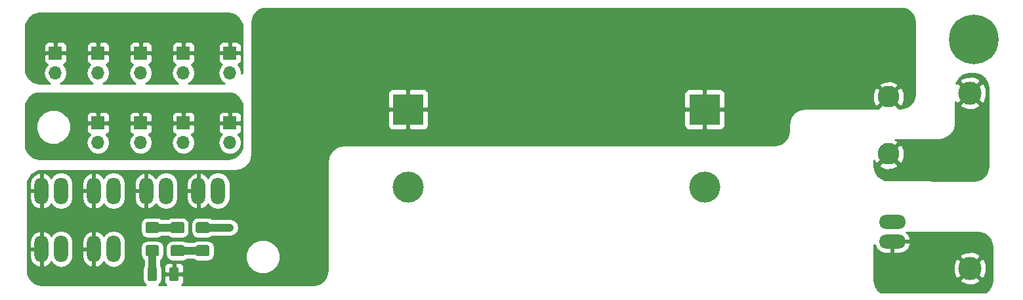
<source format=gbr>
G04 #@! TF.GenerationSoftware,KiCad,Pcbnew,5.0.1-33cea8e~68~ubuntu16.04.1*
G04 #@! TF.CreationDate,2019-04-14T14:52:50-04:00*
G04 #@! TF.ProjectId,filterbuffer,66696C7465726275666665722E6B6963,rev?*
G04 #@! TF.SameCoordinates,Original*
G04 #@! TF.FileFunction,Copper,L1,Top,Signal*
G04 #@! TF.FilePolarity,Positive*
%FSLAX46Y46*%
G04 Gerber Fmt 4.6, Leading zero omitted, Abs format (unit mm)*
G04 Created by KiCad (PCBNEW 5.0.1-33cea8e~68~ubuntu16.04.1) date Sun 14 Apr 2019 14:52:50 EDT*
%MOMM*%
%LPD*%
G01*
G04 APERTURE LIST*
G04 #@! TA.AperFunction,ComponentPad*
%ADD10R,4.000000X4.000000*%
G04 #@! TD*
G04 #@! TA.AperFunction,ComponentPad*
%ADD11C,4.000000*%
G04 #@! TD*
G04 #@! TA.AperFunction,ComponentPad*
%ADD12R,1.700000X1.700000*%
G04 #@! TD*
G04 #@! TA.AperFunction,ComponentPad*
%ADD13O,1.700000X1.700000*%
G04 #@! TD*
G04 #@! TA.AperFunction,ComponentPad*
%ADD14C,6.400000*%
G04 #@! TD*
G04 #@! TA.AperFunction,ComponentPad*
%ADD15C,0.800000*%
G04 #@! TD*
G04 #@! TA.AperFunction,ComponentPad*
%ADD16C,2.800000*%
G04 #@! TD*
G04 #@! TA.AperFunction,ComponentPad*
%ADD17C,3.000000*%
G04 #@! TD*
G04 #@! TA.AperFunction,Conductor*
%ADD18C,0.100000*%
G04 #@! TD*
G04 #@! TA.AperFunction,SMDPad,CuDef*
%ADD19C,1.250000*%
G04 #@! TD*
G04 #@! TA.AperFunction,SMDPad,CuDef*
%ADD20C,1.425000*%
G04 #@! TD*
G04 #@! TA.AperFunction,ComponentPad*
%ADD21O,1.800860X3.500120*%
G04 #@! TD*
G04 #@! TA.AperFunction,ComponentPad*
%ADD22O,3.500120X1.800860*%
G04 #@! TD*
G04 #@! TA.AperFunction,ViaPad*
%ADD23C,0.800000*%
G04 #@! TD*
G04 #@! TA.AperFunction,Conductor*
%ADD24C,1.000000*%
G04 #@! TD*
G04 #@! TA.AperFunction,Conductor*
%ADD25C,0.254000*%
G04 #@! TD*
G04 APERTURE END LIST*
D10*
G04 #@! TO.P,C1,1*
G04 #@! TO.N,VCC*
X107700000Y-113200000D03*
D11*
G04 #@! TO.P,C1,2*
G04 #@! TO.N,GND*
X107700000Y-123200000D03*
G04 #@! TD*
D12*
G04 #@! TO.P,J3,1*
G04 #@! TO.N,+12V*
X73200000Y-114950000D03*
D13*
G04 #@! TO.P,J3,2*
G04 #@! TO.N,GND*
X73200000Y-117490000D03*
G04 #@! TD*
G04 #@! TO.P,J4,2*
G04 #@! TO.N,GND*
X73200000Y-108490000D03*
D12*
G04 #@! TO.P,J4,1*
G04 #@! TO.N,+5V*
X73200000Y-105950000D03*
G04 #@! TD*
G04 #@! TO.P,J6,1*
G04 #@! TO.N,+12V*
X67700000Y-114950000D03*
D13*
G04 #@! TO.P,J6,2*
G04 #@! TO.N,GND*
X67700000Y-117490000D03*
G04 #@! TD*
G04 #@! TO.P,J9,2*
G04 #@! TO.N,GND*
X78700000Y-117490000D03*
D12*
G04 #@! TO.P,J9,1*
G04 #@! TO.N,+12V*
X78700000Y-114950000D03*
G04 #@! TD*
G04 #@! TO.P,J10,1*
G04 #@! TO.N,+5V*
X62200000Y-105950000D03*
D13*
G04 #@! TO.P,J10,2*
G04 #@! TO.N,GND*
X62200000Y-108490000D03*
G04 #@! TD*
G04 #@! TO.P,J12,2*
G04 #@! TO.N,GND*
X84700000Y-117490000D03*
D12*
G04 #@! TO.P,J12,1*
G04 #@! TO.N,+12V*
X84700000Y-114950000D03*
G04 #@! TD*
G04 #@! TO.P,J13,1*
G04 #@! TO.N,+5V*
X78700000Y-105950000D03*
D13*
G04 #@! TO.P,J13,2*
G04 #@! TO.N,GND*
X78700000Y-108490000D03*
G04 #@! TD*
G04 #@! TO.P,J7,2*
G04 #@! TO.N,GND*
X67700000Y-108490000D03*
D12*
G04 #@! TO.P,J7,1*
G04 #@! TO.N,+5V*
X67700000Y-105950000D03*
G04 #@! TD*
G04 #@! TO.P,J15,1*
G04 #@! TO.N,+5V*
X84700000Y-105950000D03*
D13*
G04 #@! TO.P,J15,2*
G04 #@! TO.N,GND*
X84700000Y-108490000D03*
G04 #@! TD*
D14*
G04 #@! TO.P,H3,1*
G04 #@! TO.N,Net-(H3-Pad1)*
X180700000Y-104200000D03*
D15*
X183100000Y-104200000D03*
X182397056Y-105897056D03*
X180700000Y-106600000D03*
X179002944Y-105897056D03*
X178300000Y-104200000D03*
X179002944Y-102502944D03*
X180700000Y-101800000D03*
X182397056Y-102502944D03*
G04 #@! TD*
D16*
G04 #@! TO.P,TH1,1*
G04 #@! TO.N,Net-(F1-Pad2)*
X169700000Y-118950000D03*
G04 #@! TO.P,TH1,2*
G04 #@! TO.N,VCC*
X169700000Y-111580000D03*
G04 #@! TD*
D17*
G04 #@! TO.P,F1,1*
G04 #@! TO.N,Net-(F1-Pad1)*
X180200000Y-133700000D03*
G04 #@! TO.P,F1,2*
G04 #@! TO.N,Net-(F1-Pad2)*
X180200000Y-111100000D03*
G04 #@! TD*
D10*
G04 #@! TO.P,C2,1*
G04 #@! TO.N,VCC*
X145950000Y-113200000D03*
D11*
G04 #@! TO.P,C2,2*
G04 #@! TO.N,GND*
X145950000Y-123200000D03*
G04 #@! TD*
D18*
G04 #@! TO.N,VCC*
G04 #@! TO.C,D1*
G36*
X77899504Y-133576204D02*
X77923773Y-133579804D01*
X77947571Y-133585765D01*
X77970671Y-133594030D01*
X77992849Y-133604520D01*
X78013893Y-133617133D01*
X78033598Y-133631747D01*
X78051777Y-133648223D01*
X78068253Y-133666402D01*
X78082867Y-133686107D01*
X78095480Y-133707151D01*
X78105970Y-133729329D01*
X78114235Y-133752429D01*
X78120196Y-133776227D01*
X78123796Y-133800496D01*
X78125000Y-133825000D01*
X78125000Y-135075000D01*
X78123796Y-135099504D01*
X78120196Y-135123773D01*
X78114235Y-135147571D01*
X78105970Y-135170671D01*
X78095480Y-135192849D01*
X78082867Y-135213893D01*
X78068253Y-135233598D01*
X78051777Y-135251777D01*
X78033598Y-135268253D01*
X78013893Y-135282867D01*
X77992849Y-135295480D01*
X77970671Y-135305970D01*
X77947571Y-135314235D01*
X77923773Y-135320196D01*
X77899504Y-135323796D01*
X77875000Y-135325000D01*
X77125000Y-135325000D01*
X77100496Y-135323796D01*
X77076227Y-135320196D01*
X77052429Y-135314235D01*
X77029329Y-135305970D01*
X77007151Y-135295480D01*
X76986107Y-135282867D01*
X76966402Y-135268253D01*
X76948223Y-135251777D01*
X76931747Y-135233598D01*
X76917133Y-135213893D01*
X76904520Y-135192849D01*
X76894030Y-135170671D01*
X76885765Y-135147571D01*
X76879804Y-135123773D01*
X76876204Y-135099504D01*
X76875000Y-135075000D01*
X76875000Y-133825000D01*
X76876204Y-133800496D01*
X76879804Y-133776227D01*
X76885765Y-133752429D01*
X76894030Y-133729329D01*
X76904520Y-133707151D01*
X76917133Y-133686107D01*
X76931747Y-133666402D01*
X76948223Y-133648223D01*
X76966402Y-133631747D01*
X76986107Y-133617133D01*
X77007151Y-133604520D01*
X77029329Y-133594030D01*
X77052429Y-133585765D01*
X77076227Y-133579804D01*
X77100496Y-133576204D01*
X77125000Y-133575000D01*
X77875000Y-133575000D01*
X77899504Y-133576204D01*
X77899504Y-133576204D01*
G37*
D19*
G04 #@! TD*
G04 #@! TO.P,D1,1*
G04 #@! TO.N,VCC*
X77500000Y-134450000D03*
D18*
G04 #@! TO.N,Net-(D1-Pad2)*
G04 #@! TO.C,D1*
G36*
X75099504Y-133576204D02*
X75123773Y-133579804D01*
X75147571Y-133585765D01*
X75170671Y-133594030D01*
X75192849Y-133604520D01*
X75213893Y-133617133D01*
X75233598Y-133631747D01*
X75251777Y-133648223D01*
X75268253Y-133666402D01*
X75282867Y-133686107D01*
X75295480Y-133707151D01*
X75305970Y-133729329D01*
X75314235Y-133752429D01*
X75320196Y-133776227D01*
X75323796Y-133800496D01*
X75325000Y-133825000D01*
X75325000Y-135075000D01*
X75323796Y-135099504D01*
X75320196Y-135123773D01*
X75314235Y-135147571D01*
X75305970Y-135170671D01*
X75295480Y-135192849D01*
X75282867Y-135213893D01*
X75268253Y-135233598D01*
X75251777Y-135251777D01*
X75233598Y-135268253D01*
X75213893Y-135282867D01*
X75192849Y-135295480D01*
X75170671Y-135305970D01*
X75147571Y-135314235D01*
X75123773Y-135320196D01*
X75099504Y-135323796D01*
X75075000Y-135325000D01*
X74325000Y-135325000D01*
X74300496Y-135323796D01*
X74276227Y-135320196D01*
X74252429Y-135314235D01*
X74229329Y-135305970D01*
X74207151Y-135295480D01*
X74186107Y-135282867D01*
X74166402Y-135268253D01*
X74148223Y-135251777D01*
X74131747Y-135233598D01*
X74117133Y-135213893D01*
X74104520Y-135192849D01*
X74094030Y-135170671D01*
X74085765Y-135147571D01*
X74079804Y-135123773D01*
X74076204Y-135099504D01*
X74075000Y-135075000D01*
X74075000Y-133825000D01*
X74076204Y-133800496D01*
X74079804Y-133776227D01*
X74085765Y-133752429D01*
X74094030Y-133729329D01*
X74104520Y-133707151D01*
X74117133Y-133686107D01*
X74131747Y-133666402D01*
X74148223Y-133648223D01*
X74166402Y-133631747D01*
X74186107Y-133617133D01*
X74207151Y-133604520D01*
X74229329Y-133594030D01*
X74252429Y-133585765D01*
X74276227Y-133579804D01*
X74300496Y-133576204D01*
X74325000Y-133575000D01*
X75075000Y-133575000D01*
X75099504Y-133576204D01*
X75099504Y-133576204D01*
G37*
D19*
G04 #@! TD*
G04 #@! TO.P,D1,2*
G04 #@! TO.N,Net-(D1-Pad2)*
X74700000Y-134450000D03*
D18*
G04 #@! TO.N,GND*
G04 #@! TO.C,R3*
G36*
X81849504Y-127738704D02*
X81873773Y-127742304D01*
X81897571Y-127748265D01*
X81920671Y-127756530D01*
X81942849Y-127767020D01*
X81963893Y-127779633D01*
X81983598Y-127794247D01*
X82001777Y-127810723D01*
X82018253Y-127828902D01*
X82032867Y-127848607D01*
X82045480Y-127869651D01*
X82055970Y-127891829D01*
X82064235Y-127914929D01*
X82070196Y-127938727D01*
X82073796Y-127962996D01*
X82075000Y-127987500D01*
X82075000Y-128912500D01*
X82073796Y-128937004D01*
X82070196Y-128961273D01*
X82064235Y-128985071D01*
X82055970Y-129008171D01*
X82045480Y-129030349D01*
X82032867Y-129051393D01*
X82018253Y-129071098D01*
X82001777Y-129089277D01*
X81983598Y-129105753D01*
X81963893Y-129120367D01*
X81942849Y-129132980D01*
X81920671Y-129143470D01*
X81897571Y-129151735D01*
X81873773Y-129157696D01*
X81849504Y-129161296D01*
X81825000Y-129162500D01*
X80575000Y-129162500D01*
X80550496Y-129161296D01*
X80526227Y-129157696D01*
X80502429Y-129151735D01*
X80479329Y-129143470D01*
X80457151Y-129132980D01*
X80436107Y-129120367D01*
X80416402Y-129105753D01*
X80398223Y-129089277D01*
X80381747Y-129071098D01*
X80367133Y-129051393D01*
X80354520Y-129030349D01*
X80344030Y-129008171D01*
X80335765Y-128985071D01*
X80329804Y-128961273D01*
X80326204Y-128937004D01*
X80325000Y-128912500D01*
X80325000Y-127987500D01*
X80326204Y-127962996D01*
X80329804Y-127938727D01*
X80335765Y-127914929D01*
X80344030Y-127891829D01*
X80354520Y-127869651D01*
X80367133Y-127848607D01*
X80381747Y-127828902D01*
X80398223Y-127810723D01*
X80416402Y-127794247D01*
X80436107Y-127779633D01*
X80457151Y-127767020D01*
X80479329Y-127756530D01*
X80502429Y-127748265D01*
X80526227Y-127742304D01*
X80550496Y-127738704D01*
X80575000Y-127737500D01*
X81825000Y-127737500D01*
X81849504Y-127738704D01*
X81849504Y-127738704D01*
G37*
D20*
G04 #@! TD*
G04 #@! TO.P,R3,1*
G04 #@! TO.N,GND*
X81200000Y-128450000D03*
D18*
G04 #@! TO.N,Net-(R2-Pad1)*
G04 #@! TO.C,R3*
G36*
X81849504Y-130713704D02*
X81873773Y-130717304D01*
X81897571Y-130723265D01*
X81920671Y-130731530D01*
X81942849Y-130742020D01*
X81963893Y-130754633D01*
X81983598Y-130769247D01*
X82001777Y-130785723D01*
X82018253Y-130803902D01*
X82032867Y-130823607D01*
X82045480Y-130844651D01*
X82055970Y-130866829D01*
X82064235Y-130889929D01*
X82070196Y-130913727D01*
X82073796Y-130937996D01*
X82075000Y-130962500D01*
X82075000Y-131887500D01*
X82073796Y-131912004D01*
X82070196Y-131936273D01*
X82064235Y-131960071D01*
X82055970Y-131983171D01*
X82045480Y-132005349D01*
X82032867Y-132026393D01*
X82018253Y-132046098D01*
X82001777Y-132064277D01*
X81983598Y-132080753D01*
X81963893Y-132095367D01*
X81942849Y-132107980D01*
X81920671Y-132118470D01*
X81897571Y-132126735D01*
X81873773Y-132132696D01*
X81849504Y-132136296D01*
X81825000Y-132137500D01*
X80575000Y-132137500D01*
X80550496Y-132136296D01*
X80526227Y-132132696D01*
X80502429Y-132126735D01*
X80479329Y-132118470D01*
X80457151Y-132107980D01*
X80436107Y-132095367D01*
X80416402Y-132080753D01*
X80398223Y-132064277D01*
X80381747Y-132046098D01*
X80367133Y-132026393D01*
X80354520Y-132005349D01*
X80344030Y-131983171D01*
X80335765Y-131960071D01*
X80329804Y-131936273D01*
X80326204Y-131912004D01*
X80325000Y-131887500D01*
X80325000Y-130962500D01*
X80326204Y-130937996D01*
X80329804Y-130913727D01*
X80335765Y-130889929D01*
X80344030Y-130866829D01*
X80354520Y-130844651D01*
X80367133Y-130823607D01*
X80381747Y-130803902D01*
X80398223Y-130785723D01*
X80416402Y-130769247D01*
X80436107Y-130754633D01*
X80457151Y-130742020D01*
X80479329Y-130731530D01*
X80502429Y-130723265D01*
X80526227Y-130717304D01*
X80550496Y-130713704D01*
X80575000Y-130712500D01*
X81825000Y-130712500D01*
X81849504Y-130713704D01*
X81849504Y-130713704D01*
G37*
D20*
G04 #@! TD*
G04 #@! TO.P,R3,2*
G04 #@! TO.N,Net-(R2-Pad1)*
X81200000Y-131425000D03*
D18*
G04 #@! TO.N,Net-(R1-Pad1)*
G04 #@! TO.C,R2*
G36*
X78599504Y-127738704D02*
X78623773Y-127742304D01*
X78647571Y-127748265D01*
X78670671Y-127756530D01*
X78692849Y-127767020D01*
X78713893Y-127779633D01*
X78733598Y-127794247D01*
X78751777Y-127810723D01*
X78768253Y-127828902D01*
X78782867Y-127848607D01*
X78795480Y-127869651D01*
X78805970Y-127891829D01*
X78814235Y-127914929D01*
X78820196Y-127938727D01*
X78823796Y-127962996D01*
X78825000Y-127987500D01*
X78825000Y-128912500D01*
X78823796Y-128937004D01*
X78820196Y-128961273D01*
X78814235Y-128985071D01*
X78805970Y-129008171D01*
X78795480Y-129030349D01*
X78782867Y-129051393D01*
X78768253Y-129071098D01*
X78751777Y-129089277D01*
X78733598Y-129105753D01*
X78713893Y-129120367D01*
X78692849Y-129132980D01*
X78670671Y-129143470D01*
X78647571Y-129151735D01*
X78623773Y-129157696D01*
X78599504Y-129161296D01*
X78575000Y-129162500D01*
X77325000Y-129162500D01*
X77300496Y-129161296D01*
X77276227Y-129157696D01*
X77252429Y-129151735D01*
X77229329Y-129143470D01*
X77207151Y-129132980D01*
X77186107Y-129120367D01*
X77166402Y-129105753D01*
X77148223Y-129089277D01*
X77131747Y-129071098D01*
X77117133Y-129051393D01*
X77104520Y-129030349D01*
X77094030Y-129008171D01*
X77085765Y-128985071D01*
X77079804Y-128961273D01*
X77076204Y-128937004D01*
X77075000Y-128912500D01*
X77075000Y-127987500D01*
X77076204Y-127962996D01*
X77079804Y-127938727D01*
X77085765Y-127914929D01*
X77094030Y-127891829D01*
X77104520Y-127869651D01*
X77117133Y-127848607D01*
X77131747Y-127828902D01*
X77148223Y-127810723D01*
X77166402Y-127794247D01*
X77186107Y-127779633D01*
X77207151Y-127767020D01*
X77229329Y-127756530D01*
X77252429Y-127748265D01*
X77276227Y-127742304D01*
X77300496Y-127738704D01*
X77325000Y-127737500D01*
X78575000Y-127737500D01*
X78599504Y-127738704D01*
X78599504Y-127738704D01*
G37*
D20*
G04 #@! TD*
G04 #@! TO.P,R2,2*
G04 #@! TO.N,Net-(R1-Pad1)*
X77950000Y-128450000D03*
D18*
G04 #@! TO.N,Net-(R2-Pad1)*
G04 #@! TO.C,R2*
G36*
X78599504Y-130713704D02*
X78623773Y-130717304D01*
X78647571Y-130723265D01*
X78670671Y-130731530D01*
X78692849Y-130742020D01*
X78713893Y-130754633D01*
X78733598Y-130769247D01*
X78751777Y-130785723D01*
X78768253Y-130803902D01*
X78782867Y-130823607D01*
X78795480Y-130844651D01*
X78805970Y-130866829D01*
X78814235Y-130889929D01*
X78820196Y-130913727D01*
X78823796Y-130937996D01*
X78825000Y-130962500D01*
X78825000Y-131887500D01*
X78823796Y-131912004D01*
X78820196Y-131936273D01*
X78814235Y-131960071D01*
X78805970Y-131983171D01*
X78795480Y-132005349D01*
X78782867Y-132026393D01*
X78768253Y-132046098D01*
X78751777Y-132064277D01*
X78733598Y-132080753D01*
X78713893Y-132095367D01*
X78692849Y-132107980D01*
X78670671Y-132118470D01*
X78647571Y-132126735D01*
X78623773Y-132132696D01*
X78599504Y-132136296D01*
X78575000Y-132137500D01*
X77325000Y-132137500D01*
X77300496Y-132136296D01*
X77276227Y-132132696D01*
X77252429Y-132126735D01*
X77229329Y-132118470D01*
X77207151Y-132107980D01*
X77186107Y-132095367D01*
X77166402Y-132080753D01*
X77148223Y-132064277D01*
X77131747Y-132046098D01*
X77117133Y-132026393D01*
X77104520Y-132005349D01*
X77094030Y-131983171D01*
X77085765Y-131960071D01*
X77079804Y-131936273D01*
X77076204Y-131912004D01*
X77075000Y-131887500D01*
X77075000Y-130962500D01*
X77076204Y-130937996D01*
X77079804Y-130913727D01*
X77085765Y-130889929D01*
X77094030Y-130866829D01*
X77104520Y-130844651D01*
X77117133Y-130823607D01*
X77131747Y-130803902D01*
X77148223Y-130785723D01*
X77166402Y-130769247D01*
X77186107Y-130754633D01*
X77207151Y-130742020D01*
X77229329Y-130731530D01*
X77252429Y-130723265D01*
X77276227Y-130717304D01*
X77300496Y-130713704D01*
X77325000Y-130712500D01*
X78575000Y-130712500D01*
X78599504Y-130713704D01*
X78599504Y-130713704D01*
G37*
D20*
G04 #@! TD*
G04 #@! TO.P,R2,1*
G04 #@! TO.N,Net-(R2-Pad1)*
X77950000Y-131425000D03*
D18*
G04 #@! TO.N,Net-(R1-Pad1)*
G04 #@! TO.C,R1*
G36*
X75349504Y-127738704D02*
X75373773Y-127742304D01*
X75397571Y-127748265D01*
X75420671Y-127756530D01*
X75442849Y-127767020D01*
X75463893Y-127779633D01*
X75483598Y-127794247D01*
X75501777Y-127810723D01*
X75518253Y-127828902D01*
X75532867Y-127848607D01*
X75545480Y-127869651D01*
X75555970Y-127891829D01*
X75564235Y-127914929D01*
X75570196Y-127938727D01*
X75573796Y-127962996D01*
X75575000Y-127987500D01*
X75575000Y-128912500D01*
X75573796Y-128937004D01*
X75570196Y-128961273D01*
X75564235Y-128985071D01*
X75555970Y-129008171D01*
X75545480Y-129030349D01*
X75532867Y-129051393D01*
X75518253Y-129071098D01*
X75501777Y-129089277D01*
X75483598Y-129105753D01*
X75463893Y-129120367D01*
X75442849Y-129132980D01*
X75420671Y-129143470D01*
X75397571Y-129151735D01*
X75373773Y-129157696D01*
X75349504Y-129161296D01*
X75325000Y-129162500D01*
X74075000Y-129162500D01*
X74050496Y-129161296D01*
X74026227Y-129157696D01*
X74002429Y-129151735D01*
X73979329Y-129143470D01*
X73957151Y-129132980D01*
X73936107Y-129120367D01*
X73916402Y-129105753D01*
X73898223Y-129089277D01*
X73881747Y-129071098D01*
X73867133Y-129051393D01*
X73854520Y-129030349D01*
X73844030Y-129008171D01*
X73835765Y-128985071D01*
X73829804Y-128961273D01*
X73826204Y-128937004D01*
X73825000Y-128912500D01*
X73825000Y-127987500D01*
X73826204Y-127962996D01*
X73829804Y-127938727D01*
X73835765Y-127914929D01*
X73844030Y-127891829D01*
X73854520Y-127869651D01*
X73867133Y-127848607D01*
X73881747Y-127828902D01*
X73898223Y-127810723D01*
X73916402Y-127794247D01*
X73936107Y-127779633D01*
X73957151Y-127767020D01*
X73979329Y-127756530D01*
X74002429Y-127748265D01*
X74026227Y-127742304D01*
X74050496Y-127738704D01*
X74075000Y-127737500D01*
X75325000Y-127737500D01*
X75349504Y-127738704D01*
X75349504Y-127738704D01*
G37*
D20*
G04 #@! TD*
G04 #@! TO.P,R1,1*
G04 #@! TO.N,Net-(R1-Pad1)*
X74700000Y-128450000D03*
D18*
G04 #@! TO.N,Net-(D1-Pad2)*
G04 #@! TO.C,R1*
G36*
X75349504Y-130713704D02*
X75373773Y-130717304D01*
X75397571Y-130723265D01*
X75420671Y-130731530D01*
X75442849Y-130742020D01*
X75463893Y-130754633D01*
X75483598Y-130769247D01*
X75501777Y-130785723D01*
X75518253Y-130803902D01*
X75532867Y-130823607D01*
X75545480Y-130844651D01*
X75555970Y-130866829D01*
X75564235Y-130889929D01*
X75570196Y-130913727D01*
X75573796Y-130937996D01*
X75575000Y-130962500D01*
X75575000Y-131887500D01*
X75573796Y-131912004D01*
X75570196Y-131936273D01*
X75564235Y-131960071D01*
X75555970Y-131983171D01*
X75545480Y-132005349D01*
X75532867Y-132026393D01*
X75518253Y-132046098D01*
X75501777Y-132064277D01*
X75483598Y-132080753D01*
X75463893Y-132095367D01*
X75442849Y-132107980D01*
X75420671Y-132118470D01*
X75397571Y-132126735D01*
X75373773Y-132132696D01*
X75349504Y-132136296D01*
X75325000Y-132137500D01*
X74075000Y-132137500D01*
X74050496Y-132136296D01*
X74026227Y-132132696D01*
X74002429Y-132126735D01*
X73979329Y-132118470D01*
X73957151Y-132107980D01*
X73936107Y-132095367D01*
X73916402Y-132080753D01*
X73898223Y-132064277D01*
X73881747Y-132046098D01*
X73867133Y-132026393D01*
X73854520Y-132005349D01*
X73844030Y-131983171D01*
X73835765Y-131960071D01*
X73829804Y-131936273D01*
X73826204Y-131912004D01*
X73825000Y-131887500D01*
X73825000Y-130962500D01*
X73826204Y-130937996D01*
X73829804Y-130913727D01*
X73835765Y-130889929D01*
X73844030Y-130866829D01*
X73854520Y-130844651D01*
X73867133Y-130823607D01*
X73881747Y-130803902D01*
X73898223Y-130785723D01*
X73916402Y-130769247D01*
X73936107Y-130754633D01*
X73957151Y-130742020D01*
X73979329Y-130731530D01*
X74002429Y-130723265D01*
X74026227Y-130717304D01*
X74050496Y-130713704D01*
X74075000Y-130712500D01*
X75325000Y-130712500D01*
X75349504Y-130713704D01*
X75349504Y-130713704D01*
G37*
D20*
G04 #@! TD*
G04 #@! TO.P,R1,2*
G04 #@! TO.N,Net-(D1-Pad2)*
X74700000Y-131425000D03*
D21*
G04 #@! TO.P,J5,2*
G04 #@! TO.N,GND*
X62950000Y-131200000D03*
G04 #@! TO.P,J5,1*
G04 #@! TO.N,VCC*
X60410000Y-131200000D03*
G04 #@! TD*
G04 #@! TO.P,J11,2*
G04 #@! TO.N,GND*
X69700000Y-131200000D03*
G04 #@! TO.P,J11,1*
G04 #@! TO.N,VCC*
X67160000Y-131200000D03*
G04 #@! TD*
G04 #@! TO.P,J8,1*
G04 #@! TO.N,VCC*
X80660000Y-123700000D03*
G04 #@! TO.P,J8,2*
G04 #@! TO.N,GND*
X83200000Y-123700000D03*
G04 #@! TD*
G04 #@! TO.P,J2,2*
G04 #@! TO.N,GND*
X69700000Y-123700000D03*
G04 #@! TO.P,J2,1*
G04 #@! TO.N,VCC*
X67160000Y-123700000D03*
G04 #@! TD*
G04 #@! TO.P,J1,1*
G04 #@! TO.N,VCC*
X60410000Y-123700000D03*
G04 #@! TO.P,J1,2*
G04 #@! TO.N,GND*
X62950000Y-123700000D03*
G04 #@! TD*
G04 #@! TO.P,J14,2*
G04 #@! TO.N,GND*
X76450000Y-123700000D03*
G04 #@! TO.P,J14,1*
G04 #@! TO.N,VCC*
X73910000Y-123700000D03*
G04 #@! TD*
D22*
G04 #@! TO.P,J16,2*
G04 #@! TO.N,GND*
X170200000Y-127700000D03*
G04 #@! TO.P,J16,1*
G04 #@! TO.N,Net-(F1-Pad1)*
X170200000Y-130240000D03*
G04 #@! TD*
D23*
G04 #@! TO.N,GND*
X84700000Y-128450000D03*
X83700000Y-128450000D03*
G04 #@! TD*
D24*
G04 #@! TO.N,GND*
X81200000Y-128450000D02*
X83700000Y-128450000D01*
X83700000Y-128450000D02*
X84700000Y-128450000D01*
G04 #@! TO.N,Net-(R1-Pad1)*
X74700000Y-128450000D02*
X77950000Y-128450000D01*
G04 #@! TO.N,Net-(D1-Pad2)*
X74700000Y-131425000D02*
X74700000Y-134450000D01*
G04 #@! TO.N,Net-(R2-Pad1)*
X77950000Y-131425000D02*
X81200000Y-131425000D01*
G04 #@! TD*
D25*
G04 #@! TO.N,Net-(F1-Pad2)*
G36*
X181184485Y-108681290D02*
X181635952Y-108868294D01*
X182023636Y-109165774D01*
X182321116Y-109553458D01*
X182508120Y-110004925D01*
X182573000Y-110497738D01*
X182573000Y-120475809D01*
X182507905Y-120969422D01*
X182320292Y-121421519D01*
X182021894Y-121809521D01*
X181633111Y-122106898D01*
X181180523Y-122293322D01*
X180686744Y-122357120D01*
X169703384Y-122328263D01*
X169211559Y-122262307D01*
X168761207Y-122074724D01*
X168374623Y-121777146D01*
X168078063Y-121389785D01*
X167891664Y-120938939D01*
X167827000Y-120446939D01*
X167827000Y-120391724D01*
X168437882Y-120391724D01*
X168585455Y-120700106D01*
X169340031Y-120993405D01*
X170149409Y-120975614D01*
X170814545Y-120700106D01*
X170962118Y-120391724D01*
X169700000Y-119129605D01*
X168437882Y-120391724D01*
X167827000Y-120391724D01*
X167827000Y-119767852D01*
X167949894Y-120064545D01*
X168258276Y-120212118D01*
X169520395Y-118950000D01*
X169879605Y-118950000D01*
X171141724Y-120212118D01*
X171450106Y-120064545D01*
X171743405Y-119309969D01*
X171725614Y-118500591D01*
X171450106Y-117835455D01*
X171141724Y-117687882D01*
X169879605Y-118950000D01*
X169520395Y-118950000D01*
X169506252Y-118935858D01*
X169685858Y-118756252D01*
X169700000Y-118770395D01*
X170962118Y-117508276D01*
X170814545Y-117199894D01*
X170530262Y-117089395D01*
X176089115Y-117113736D01*
X176107860Y-117112428D01*
X176691994Y-117027896D01*
X176727889Y-117017113D01*
X177261913Y-116765765D01*
X177278276Y-116756527D01*
X177520447Y-116595080D01*
X177536735Y-116582178D01*
X177937973Y-116207033D01*
X177963211Y-116174191D01*
X178222401Y-115689891D01*
X178235728Y-115650675D01*
X178325300Y-115108732D01*
X178327000Y-115088022D01*
X178327000Y-112613970D01*
X178865635Y-112613970D01*
X179025418Y-112932739D01*
X179816187Y-113242723D01*
X180665387Y-113226497D01*
X181374582Y-112932739D01*
X181534365Y-112613970D01*
X180200000Y-111279605D01*
X178865635Y-112613970D01*
X178327000Y-112613970D01*
X178327000Y-112177383D01*
X178367261Y-112274582D01*
X178686030Y-112434365D01*
X180020395Y-111100000D01*
X180379605Y-111100000D01*
X181713970Y-112434365D01*
X182032739Y-112274582D01*
X182342723Y-111483813D01*
X182326497Y-110634613D01*
X182032739Y-109925418D01*
X181713970Y-109765635D01*
X180379605Y-111100000D01*
X180020395Y-111100000D01*
X178686030Y-109765635D01*
X178439893Y-109889011D01*
X178565392Y-109586030D01*
X178865635Y-109586030D01*
X180200000Y-110920395D01*
X181534365Y-109586030D01*
X181374582Y-109267261D01*
X180583813Y-108957277D01*
X179734613Y-108973503D01*
X179025418Y-109267261D01*
X178865635Y-109586030D01*
X178565392Y-109586030D01*
X178578884Y-109553458D01*
X178876364Y-109165774D01*
X179264048Y-108868294D01*
X179715515Y-108681290D01*
X180208328Y-108616410D01*
X180691672Y-108616410D01*
X181184485Y-108681290D01*
X181184485Y-108681290D01*
G37*
X181184485Y-108681290D02*
X181635952Y-108868294D01*
X182023636Y-109165774D01*
X182321116Y-109553458D01*
X182508120Y-110004925D01*
X182573000Y-110497738D01*
X182573000Y-120475809D01*
X182507905Y-120969422D01*
X182320292Y-121421519D01*
X182021894Y-121809521D01*
X181633111Y-122106898D01*
X181180523Y-122293322D01*
X180686744Y-122357120D01*
X169703384Y-122328263D01*
X169211559Y-122262307D01*
X168761207Y-122074724D01*
X168374623Y-121777146D01*
X168078063Y-121389785D01*
X167891664Y-120938939D01*
X167827000Y-120446939D01*
X167827000Y-120391724D01*
X168437882Y-120391724D01*
X168585455Y-120700106D01*
X169340031Y-120993405D01*
X170149409Y-120975614D01*
X170814545Y-120700106D01*
X170962118Y-120391724D01*
X169700000Y-119129605D01*
X168437882Y-120391724D01*
X167827000Y-120391724D01*
X167827000Y-119767852D01*
X167949894Y-120064545D01*
X168258276Y-120212118D01*
X169520395Y-118950000D01*
X169879605Y-118950000D01*
X171141724Y-120212118D01*
X171450106Y-120064545D01*
X171743405Y-119309969D01*
X171725614Y-118500591D01*
X171450106Y-117835455D01*
X171141724Y-117687882D01*
X169879605Y-118950000D01*
X169520395Y-118950000D01*
X169506252Y-118935858D01*
X169685858Y-118756252D01*
X169700000Y-118770395D01*
X170962118Y-117508276D01*
X170814545Y-117199894D01*
X170530262Y-117089395D01*
X176089115Y-117113736D01*
X176107860Y-117112428D01*
X176691994Y-117027896D01*
X176727889Y-117017113D01*
X177261913Y-116765765D01*
X177278276Y-116756527D01*
X177520447Y-116595080D01*
X177536735Y-116582178D01*
X177937973Y-116207033D01*
X177963211Y-116174191D01*
X178222401Y-115689891D01*
X178235728Y-115650675D01*
X178325300Y-115108732D01*
X178327000Y-115088022D01*
X178327000Y-112613970D01*
X178865635Y-112613970D01*
X179025418Y-112932739D01*
X179816187Y-113242723D01*
X180665387Y-113226497D01*
X181374582Y-112932739D01*
X181534365Y-112613970D01*
X180200000Y-111279605D01*
X178865635Y-112613970D01*
X178327000Y-112613970D01*
X178327000Y-112177383D01*
X178367261Y-112274582D01*
X178686030Y-112434365D01*
X180020395Y-111100000D01*
X180379605Y-111100000D01*
X181713970Y-112434365D01*
X182032739Y-112274582D01*
X182342723Y-111483813D01*
X182326497Y-110634613D01*
X182032739Y-109925418D01*
X181713970Y-109765635D01*
X180379605Y-111100000D01*
X180020395Y-111100000D01*
X178686030Y-109765635D01*
X178439893Y-109889011D01*
X178565392Y-109586030D01*
X178865635Y-109586030D01*
X180200000Y-110920395D01*
X181534365Y-109586030D01*
X181374582Y-109267261D01*
X180583813Y-108957277D01*
X179734613Y-108973503D01*
X179025418Y-109267261D01*
X178865635Y-109586030D01*
X178565392Y-109586030D01*
X178578884Y-109553458D01*
X178876364Y-109165774D01*
X179264048Y-108868294D01*
X179715515Y-108681290D01*
X180208328Y-108616410D01*
X180691672Y-108616410D01*
X181184485Y-108681290D01*
G04 #@! TO.N,VCC*
G36*
X172135952Y-100328884D02*
X172523636Y-100626364D01*
X172821116Y-101014048D01*
X173008120Y-101465515D01*
X173073000Y-101958328D01*
X173073000Y-111191672D01*
X173008120Y-111684485D01*
X172821116Y-112135952D01*
X172523636Y-112523636D01*
X172135952Y-112821116D01*
X171684485Y-113008120D01*
X171191672Y-113073000D01*
X170937580Y-113073000D01*
X170962118Y-113021724D01*
X169700000Y-111759605D01*
X168437882Y-113021724D01*
X168462420Y-113073000D01*
X158950000Y-113073000D01*
X158933423Y-113074086D01*
X158415785Y-113142234D01*
X158383761Y-113150815D01*
X157901399Y-113350616D01*
X157872687Y-113367193D01*
X157458473Y-113685030D01*
X157435030Y-113708473D01*
X157117193Y-114122687D01*
X157100616Y-114151399D01*
X156900815Y-114633761D01*
X156892234Y-114665785D01*
X156824086Y-115183423D01*
X156823000Y-115200000D01*
X156823000Y-115941672D01*
X156758120Y-116434485D01*
X156571116Y-116885952D01*
X156273636Y-117273636D01*
X155885952Y-117571116D01*
X155434485Y-117758120D01*
X154941672Y-117823000D01*
X99450000Y-117823000D01*
X99433423Y-117824086D01*
X98915785Y-117892234D01*
X98883761Y-117900815D01*
X98401399Y-118100616D01*
X98372687Y-118117193D01*
X97958473Y-118435030D01*
X97935030Y-118458473D01*
X97617193Y-118872687D01*
X97600616Y-118901399D01*
X97400815Y-119383761D01*
X97392234Y-119415785D01*
X97324086Y-119933423D01*
X97323000Y-119950000D01*
X97323000Y-133941672D01*
X97258120Y-134434485D01*
X97071116Y-134885952D01*
X96773636Y-135273636D01*
X96385952Y-135571116D01*
X95934485Y-135758120D01*
X95441672Y-135823000D01*
X78525025Y-135823000D01*
X78663327Y-135684699D01*
X78760000Y-135451310D01*
X78760000Y-134735750D01*
X78601250Y-134577000D01*
X77627000Y-134577000D01*
X77627000Y-134597000D01*
X77373000Y-134597000D01*
X77373000Y-134577000D01*
X76398750Y-134577000D01*
X76240000Y-134735750D01*
X76240000Y-135451310D01*
X76336673Y-135684699D01*
X76474975Y-135823000D01*
X75539849Y-135823000D01*
X75709586Y-135709586D01*
X75904126Y-135418435D01*
X75972440Y-135075000D01*
X75972440Y-133825000D01*
X75904126Y-133481565D01*
X75882160Y-133448690D01*
X76240000Y-133448690D01*
X76240000Y-134164250D01*
X76398750Y-134323000D01*
X77373000Y-134323000D01*
X77373000Y-133098750D01*
X77627000Y-133098750D01*
X77627000Y-134323000D01*
X78601250Y-134323000D01*
X78760000Y-134164250D01*
X78760000Y-133448690D01*
X78663327Y-133215301D01*
X78484698Y-133036673D01*
X78251309Y-132940000D01*
X77785750Y-132940000D01*
X77627000Y-133098750D01*
X77373000Y-133098750D01*
X77214250Y-132940000D01*
X76748691Y-132940000D01*
X76515302Y-133036673D01*
X76336673Y-133215301D01*
X76240000Y-133448690D01*
X75882160Y-133448690D01*
X75835000Y-133378110D01*
X75835000Y-132605331D01*
X75959586Y-132522086D01*
X76154126Y-132230935D01*
X76222440Y-131887500D01*
X76222440Y-130962500D01*
X76427560Y-130962500D01*
X76427560Y-131887500D01*
X76495874Y-132230935D01*
X76690414Y-132522086D01*
X76981565Y-132716626D01*
X77325000Y-132784940D01*
X78575000Y-132784940D01*
X78918435Y-132716626D01*
X79152843Y-132560000D01*
X79997157Y-132560000D01*
X80231565Y-132716626D01*
X80575000Y-132784940D01*
X81825000Y-132784940D01*
X82168435Y-132716626D01*
X82459586Y-132522086D01*
X82654126Y-132230935D01*
X82722440Y-131887500D01*
X82722440Y-131755431D01*
X86715000Y-131755431D01*
X86715000Y-132644569D01*
X87055259Y-133466026D01*
X87683974Y-134094741D01*
X88505431Y-134435000D01*
X89394569Y-134435000D01*
X90216026Y-134094741D01*
X90844741Y-133466026D01*
X91185000Y-132644569D01*
X91185000Y-131755431D01*
X90844741Y-130933974D01*
X90216026Y-130305259D01*
X89394569Y-129965000D01*
X88505431Y-129965000D01*
X87683974Y-130305259D01*
X87055259Y-130933974D01*
X86715000Y-131755431D01*
X82722440Y-131755431D01*
X82722440Y-130962500D01*
X82654126Y-130619065D01*
X82459586Y-130327914D01*
X82168435Y-130133374D01*
X81825000Y-130065060D01*
X80575000Y-130065060D01*
X80231565Y-130133374D01*
X79997157Y-130290000D01*
X79152843Y-130290000D01*
X78918435Y-130133374D01*
X78575000Y-130065060D01*
X77325000Y-130065060D01*
X76981565Y-130133374D01*
X76690414Y-130327914D01*
X76495874Y-130619065D01*
X76427560Y-130962500D01*
X76222440Y-130962500D01*
X76154126Y-130619065D01*
X75959586Y-130327914D01*
X75668435Y-130133374D01*
X75325000Y-130065060D01*
X74075000Y-130065060D01*
X73731565Y-130133374D01*
X73440414Y-130327914D01*
X73245874Y-130619065D01*
X73177560Y-130962500D01*
X73177560Y-131887500D01*
X73245874Y-132230935D01*
X73440414Y-132522086D01*
X73565000Y-132605332D01*
X73565001Y-133378109D01*
X73495874Y-133481565D01*
X73427560Y-133825000D01*
X73427560Y-135075000D01*
X73495874Y-135418435D01*
X73690414Y-135709586D01*
X73860151Y-135823000D01*
X60458328Y-135823000D01*
X59965515Y-135758120D01*
X59514048Y-135571116D01*
X59126364Y-135273636D01*
X58828884Y-134885952D01*
X58641880Y-134434485D01*
X58577000Y-133941672D01*
X58577000Y-131327000D01*
X58874570Y-131327000D01*
X58874570Y-132176630D01*
X59040048Y-132754546D01*
X59414089Y-133225145D01*
X59939748Y-133516783D01*
X60045192Y-133541093D01*
X60283000Y-133420440D01*
X60283000Y-131327000D01*
X58874570Y-131327000D01*
X58577000Y-131327000D01*
X58577000Y-130223370D01*
X58874570Y-130223370D01*
X58874570Y-131073000D01*
X60283000Y-131073000D01*
X60283000Y-128979560D01*
X60537000Y-128979560D01*
X60537000Y-131073000D01*
X60557000Y-131073000D01*
X60557000Y-131327000D01*
X60537000Y-131327000D01*
X60537000Y-133420440D01*
X60774808Y-133541093D01*
X60880252Y-133516783D01*
X61405911Y-133225145D01*
X61668261Y-132895070D01*
X61843018Y-133156613D01*
X62350906Y-133495973D01*
X62950000Y-133615140D01*
X63549095Y-133495973D01*
X64056983Y-133156613D01*
X64396343Y-132648725D01*
X64485430Y-132200853D01*
X64485430Y-131327000D01*
X65624570Y-131327000D01*
X65624570Y-132176630D01*
X65790048Y-132754546D01*
X66164089Y-133225145D01*
X66689748Y-133516783D01*
X66795192Y-133541093D01*
X67033000Y-133420440D01*
X67033000Y-131327000D01*
X65624570Y-131327000D01*
X64485430Y-131327000D01*
X64485430Y-130223370D01*
X65624570Y-130223370D01*
X65624570Y-131073000D01*
X67033000Y-131073000D01*
X67033000Y-128979560D01*
X67287000Y-128979560D01*
X67287000Y-131073000D01*
X67307000Y-131073000D01*
X67307000Y-131327000D01*
X67287000Y-131327000D01*
X67287000Y-133420440D01*
X67524808Y-133541093D01*
X67630252Y-133516783D01*
X68155911Y-133225145D01*
X68418261Y-132895070D01*
X68593018Y-133156613D01*
X69100906Y-133495973D01*
X69700000Y-133615140D01*
X70299095Y-133495973D01*
X70806983Y-133156613D01*
X71146343Y-132648725D01*
X71235430Y-132200853D01*
X71235430Y-130199147D01*
X71146343Y-129751275D01*
X70806983Y-129243387D01*
X70299094Y-128904027D01*
X69700000Y-128784860D01*
X69100905Y-128904027D01*
X68593017Y-129243387D01*
X68418260Y-129504929D01*
X68155911Y-129174855D01*
X67630252Y-128883217D01*
X67524808Y-128858907D01*
X67287000Y-128979560D01*
X67033000Y-128979560D01*
X66795192Y-128858907D01*
X66689748Y-128883217D01*
X66164089Y-129174855D01*
X65790048Y-129645454D01*
X65624570Y-130223370D01*
X64485430Y-130223370D01*
X64485430Y-130199147D01*
X64396343Y-129751275D01*
X64056983Y-129243387D01*
X63549094Y-128904027D01*
X62950000Y-128784860D01*
X62350905Y-128904027D01*
X61843017Y-129243387D01*
X61668260Y-129504929D01*
X61405911Y-129174855D01*
X60880252Y-128883217D01*
X60774808Y-128858907D01*
X60537000Y-128979560D01*
X60283000Y-128979560D01*
X60045192Y-128858907D01*
X59939748Y-128883217D01*
X59414089Y-129174855D01*
X59040048Y-129645454D01*
X58874570Y-130223370D01*
X58577000Y-130223370D01*
X58577000Y-127987500D01*
X73177560Y-127987500D01*
X73177560Y-128912500D01*
X73245874Y-129255935D01*
X73440414Y-129547086D01*
X73731565Y-129741626D01*
X74075000Y-129809940D01*
X75325000Y-129809940D01*
X75668435Y-129741626D01*
X75902843Y-129585000D01*
X76747157Y-129585000D01*
X76981565Y-129741626D01*
X77325000Y-129809940D01*
X78575000Y-129809940D01*
X78918435Y-129741626D01*
X79209586Y-129547086D01*
X79404126Y-129255935D01*
X79472440Y-128912500D01*
X79472440Y-127987500D01*
X79677560Y-127987500D01*
X79677560Y-128912500D01*
X79745874Y-129255935D01*
X79940414Y-129547086D01*
X80231565Y-129741626D01*
X80575000Y-129809940D01*
X81825000Y-129809940D01*
X82168435Y-129741626D01*
X82402843Y-129585000D01*
X84811783Y-129585000D01*
X85142855Y-129519146D01*
X85518289Y-129268289D01*
X85769146Y-128892855D01*
X85857235Y-128450000D01*
X85769146Y-128007145D01*
X85518289Y-127631711D01*
X85142855Y-127380854D01*
X84811783Y-127315000D01*
X82402843Y-127315000D01*
X82168435Y-127158374D01*
X81825000Y-127090060D01*
X80575000Y-127090060D01*
X80231565Y-127158374D01*
X79940414Y-127352914D01*
X79745874Y-127644065D01*
X79677560Y-127987500D01*
X79472440Y-127987500D01*
X79404126Y-127644065D01*
X79209586Y-127352914D01*
X78918435Y-127158374D01*
X78575000Y-127090060D01*
X77325000Y-127090060D01*
X76981565Y-127158374D01*
X76747157Y-127315000D01*
X75902843Y-127315000D01*
X75668435Y-127158374D01*
X75325000Y-127090060D01*
X74075000Y-127090060D01*
X73731565Y-127158374D01*
X73440414Y-127352914D01*
X73245874Y-127644065D01*
X73177560Y-127987500D01*
X58577000Y-127987500D01*
X58577000Y-123827000D01*
X58874570Y-123827000D01*
X58874570Y-124676630D01*
X59040048Y-125254546D01*
X59414089Y-125725145D01*
X59939748Y-126016783D01*
X60045192Y-126041093D01*
X60283000Y-125920440D01*
X60283000Y-123827000D01*
X58874570Y-123827000D01*
X58577000Y-123827000D01*
X58577000Y-122958328D01*
X58607932Y-122723370D01*
X58874570Y-122723370D01*
X58874570Y-123573000D01*
X60283000Y-123573000D01*
X60283000Y-121479560D01*
X60537000Y-121479560D01*
X60537000Y-123573000D01*
X60557000Y-123573000D01*
X60557000Y-123827000D01*
X60537000Y-123827000D01*
X60537000Y-125920440D01*
X60774808Y-126041093D01*
X60880252Y-126016783D01*
X61405911Y-125725145D01*
X61668261Y-125395070D01*
X61843018Y-125656613D01*
X62350906Y-125995973D01*
X62950000Y-126115140D01*
X63549095Y-125995973D01*
X64056983Y-125656613D01*
X64396343Y-125148725D01*
X64485430Y-124700853D01*
X64485430Y-123827000D01*
X65624570Y-123827000D01*
X65624570Y-124676630D01*
X65790048Y-125254546D01*
X66164089Y-125725145D01*
X66689748Y-126016783D01*
X66795192Y-126041093D01*
X67033000Y-125920440D01*
X67033000Y-123827000D01*
X65624570Y-123827000D01*
X64485430Y-123827000D01*
X64485430Y-122723370D01*
X65624570Y-122723370D01*
X65624570Y-123573000D01*
X67033000Y-123573000D01*
X67033000Y-121479560D01*
X67287000Y-121479560D01*
X67287000Y-123573000D01*
X67307000Y-123573000D01*
X67307000Y-123827000D01*
X67287000Y-123827000D01*
X67287000Y-125920440D01*
X67524808Y-126041093D01*
X67630252Y-126016783D01*
X68155911Y-125725145D01*
X68418261Y-125395070D01*
X68593018Y-125656613D01*
X69100906Y-125995973D01*
X69700000Y-126115140D01*
X70299095Y-125995973D01*
X70806983Y-125656613D01*
X71146343Y-125148725D01*
X71235430Y-124700853D01*
X71235430Y-123827000D01*
X72374570Y-123827000D01*
X72374570Y-124676630D01*
X72540048Y-125254546D01*
X72914089Y-125725145D01*
X73439748Y-126016783D01*
X73545192Y-126041093D01*
X73783000Y-125920440D01*
X73783000Y-123827000D01*
X72374570Y-123827000D01*
X71235430Y-123827000D01*
X71235430Y-122723370D01*
X72374570Y-122723370D01*
X72374570Y-123573000D01*
X73783000Y-123573000D01*
X73783000Y-121479560D01*
X74037000Y-121479560D01*
X74037000Y-123573000D01*
X74057000Y-123573000D01*
X74057000Y-123827000D01*
X74037000Y-123827000D01*
X74037000Y-125920440D01*
X74274808Y-126041093D01*
X74380252Y-126016783D01*
X74905911Y-125725145D01*
X75168261Y-125395070D01*
X75343018Y-125656613D01*
X75850906Y-125995973D01*
X76450000Y-126115140D01*
X77049095Y-125995973D01*
X77556983Y-125656613D01*
X77896343Y-125148725D01*
X77985430Y-124700853D01*
X77985430Y-123827000D01*
X79124570Y-123827000D01*
X79124570Y-124676630D01*
X79290048Y-125254546D01*
X79664089Y-125725145D01*
X80189748Y-126016783D01*
X80295192Y-126041093D01*
X80533000Y-125920440D01*
X80533000Y-123827000D01*
X79124570Y-123827000D01*
X77985430Y-123827000D01*
X77985430Y-122723370D01*
X79124570Y-122723370D01*
X79124570Y-123573000D01*
X80533000Y-123573000D01*
X80533000Y-121479560D01*
X80787000Y-121479560D01*
X80787000Y-123573000D01*
X80807000Y-123573000D01*
X80807000Y-123827000D01*
X80787000Y-123827000D01*
X80787000Y-125920440D01*
X81024808Y-126041093D01*
X81130252Y-126016783D01*
X81655911Y-125725145D01*
X81918261Y-125395070D01*
X82093018Y-125656613D01*
X82600906Y-125995973D01*
X83200000Y-126115140D01*
X83799095Y-125995973D01*
X84306983Y-125656613D01*
X84646343Y-125148725D01*
X84735430Y-124700853D01*
X84735430Y-122699147D01*
X84646343Y-122251275D01*
X84306983Y-121743387D01*
X83799094Y-121404027D01*
X83200000Y-121284860D01*
X82600905Y-121404027D01*
X82093017Y-121743387D01*
X81918260Y-122004929D01*
X81655911Y-121674855D01*
X81130252Y-121383217D01*
X81024808Y-121358907D01*
X80787000Y-121479560D01*
X80533000Y-121479560D01*
X80295192Y-121358907D01*
X80189748Y-121383217D01*
X79664089Y-121674855D01*
X79290048Y-122145454D01*
X79124570Y-122723370D01*
X77985430Y-122723370D01*
X77985430Y-122699147D01*
X77896343Y-122251275D01*
X77556983Y-121743387D01*
X77049094Y-121404027D01*
X76450000Y-121284860D01*
X75850905Y-121404027D01*
X75343017Y-121743387D01*
X75168260Y-122004929D01*
X74905911Y-121674855D01*
X74380252Y-121383217D01*
X74274808Y-121358907D01*
X74037000Y-121479560D01*
X73783000Y-121479560D01*
X73545192Y-121358907D01*
X73439748Y-121383217D01*
X72914089Y-121674855D01*
X72540048Y-122145454D01*
X72374570Y-122723370D01*
X71235430Y-122723370D01*
X71235430Y-122699147D01*
X71146343Y-122251275D01*
X70806983Y-121743387D01*
X70299094Y-121404027D01*
X69700000Y-121284860D01*
X69100905Y-121404027D01*
X68593017Y-121743387D01*
X68418260Y-122004929D01*
X68155911Y-121674855D01*
X67630252Y-121383217D01*
X67524808Y-121358907D01*
X67287000Y-121479560D01*
X67033000Y-121479560D01*
X66795192Y-121358907D01*
X66689748Y-121383217D01*
X66164089Y-121674855D01*
X65790048Y-122145454D01*
X65624570Y-122723370D01*
X64485430Y-122723370D01*
X64485430Y-122699147D01*
X64396343Y-122251275D01*
X64056983Y-121743387D01*
X63549094Y-121404027D01*
X62950000Y-121284860D01*
X62350905Y-121404027D01*
X61843017Y-121743387D01*
X61668260Y-122004929D01*
X61405911Y-121674855D01*
X60880252Y-121383217D01*
X60774808Y-121358907D01*
X60537000Y-121479560D01*
X60283000Y-121479560D01*
X60045192Y-121358907D01*
X59939748Y-121383217D01*
X59414089Y-121674855D01*
X59040048Y-122145454D01*
X58874570Y-122723370D01*
X58607932Y-122723370D01*
X58641880Y-122465515D01*
X58828884Y-122014048D01*
X59126364Y-121626364D01*
X59514048Y-121328884D01*
X59965515Y-121141880D01*
X60458328Y-121077000D01*
X85450000Y-121077000D01*
X85466577Y-121075914D01*
X85984215Y-121007766D01*
X86016239Y-120999185D01*
X86498601Y-120799384D01*
X86527313Y-120782807D01*
X86941527Y-120464970D01*
X86964970Y-120441527D01*
X87282807Y-120027313D01*
X87299384Y-119998601D01*
X87499185Y-119516239D01*
X87507766Y-119484215D01*
X87575914Y-118966577D01*
X87577000Y-118950000D01*
X87577000Y-113485750D01*
X105065000Y-113485750D01*
X105065000Y-115326309D01*
X105161673Y-115559698D01*
X105340301Y-115738327D01*
X105573690Y-115835000D01*
X107414250Y-115835000D01*
X107573000Y-115676250D01*
X107573000Y-113327000D01*
X107827000Y-113327000D01*
X107827000Y-115676250D01*
X107985750Y-115835000D01*
X109826310Y-115835000D01*
X110059699Y-115738327D01*
X110238327Y-115559698D01*
X110335000Y-115326309D01*
X110335000Y-113485750D01*
X143315000Y-113485750D01*
X143315000Y-115326309D01*
X143411673Y-115559698D01*
X143590301Y-115738327D01*
X143823690Y-115835000D01*
X145664250Y-115835000D01*
X145823000Y-115676250D01*
X145823000Y-113327000D01*
X146077000Y-113327000D01*
X146077000Y-115676250D01*
X146235750Y-115835000D01*
X148076310Y-115835000D01*
X148309699Y-115738327D01*
X148488327Y-115559698D01*
X148585000Y-115326309D01*
X148585000Y-113485750D01*
X148426250Y-113327000D01*
X146077000Y-113327000D01*
X145823000Y-113327000D01*
X143473750Y-113327000D01*
X143315000Y-113485750D01*
X110335000Y-113485750D01*
X110176250Y-113327000D01*
X107827000Y-113327000D01*
X107573000Y-113327000D01*
X105223750Y-113327000D01*
X105065000Y-113485750D01*
X87577000Y-113485750D01*
X87577000Y-111073691D01*
X105065000Y-111073691D01*
X105065000Y-112914250D01*
X105223750Y-113073000D01*
X107573000Y-113073000D01*
X107573000Y-110723750D01*
X107827000Y-110723750D01*
X107827000Y-113073000D01*
X110176250Y-113073000D01*
X110335000Y-112914250D01*
X110335000Y-111073691D01*
X143315000Y-111073691D01*
X143315000Y-112914250D01*
X143473750Y-113073000D01*
X145823000Y-113073000D01*
X145823000Y-110723750D01*
X146077000Y-110723750D01*
X146077000Y-113073000D01*
X148426250Y-113073000D01*
X148585000Y-112914250D01*
X148585000Y-111220031D01*
X167656595Y-111220031D01*
X167674386Y-112029409D01*
X167949894Y-112694545D01*
X168258276Y-112842118D01*
X169520395Y-111580000D01*
X169879605Y-111580000D01*
X171141724Y-112842118D01*
X171450106Y-112694545D01*
X171743405Y-111939969D01*
X171725614Y-111130591D01*
X171450106Y-110465455D01*
X171141724Y-110317882D01*
X169879605Y-111580000D01*
X169520395Y-111580000D01*
X168258276Y-110317882D01*
X167949894Y-110465455D01*
X167656595Y-111220031D01*
X148585000Y-111220031D01*
X148585000Y-111073691D01*
X148488327Y-110840302D01*
X148309699Y-110661673D01*
X148076310Y-110565000D01*
X146235750Y-110565000D01*
X146077000Y-110723750D01*
X145823000Y-110723750D01*
X145664250Y-110565000D01*
X143823690Y-110565000D01*
X143590301Y-110661673D01*
X143411673Y-110840302D01*
X143315000Y-111073691D01*
X110335000Y-111073691D01*
X110238327Y-110840302D01*
X110059699Y-110661673D01*
X109826310Y-110565000D01*
X107985750Y-110565000D01*
X107827000Y-110723750D01*
X107573000Y-110723750D01*
X107414250Y-110565000D01*
X105573690Y-110565000D01*
X105340301Y-110661673D01*
X105161673Y-110840302D01*
X105065000Y-111073691D01*
X87577000Y-111073691D01*
X87577000Y-110138276D01*
X168437882Y-110138276D01*
X169700000Y-111400395D01*
X170962118Y-110138276D01*
X170814545Y-109829894D01*
X170059969Y-109536595D01*
X169250591Y-109554386D01*
X168585455Y-109829894D01*
X168437882Y-110138276D01*
X87577000Y-110138276D01*
X87577000Y-101958328D01*
X87641880Y-101465515D01*
X87828884Y-101014048D01*
X88126364Y-100626364D01*
X88514048Y-100328884D01*
X88921770Y-100160000D01*
X171728230Y-100160000D01*
X172135952Y-100328884D01*
X172135952Y-100328884D01*
G37*
X172135952Y-100328884D02*
X172523636Y-100626364D01*
X172821116Y-101014048D01*
X173008120Y-101465515D01*
X173073000Y-101958328D01*
X173073000Y-111191672D01*
X173008120Y-111684485D01*
X172821116Y-112135952D01*
X172523636Y-112523636D01*
X172135952Y-112821116D01*
X171684485Y-113008120D01*
X171191672Y-113073000D01*
X170937580Y-113073000D01*
X170962118Y-113021724D01*
X169700000Y-111759605D01*
X168437882Y-113021724D01*
X168462420Y-113073000D01*
X158950000Y-113073000D01*
X158933423Y-113074086D01*
X158415785Y-113142234D01*
X158383761Y-113150815D01*
X157901399Y-113350616D01*
X157872687Y-113367193D01*
X157458473Y-113685030D01*
X157435030Y-113708473D01*
X157117193Y-114122687D01*
X157100616Y-114151399D01*
X156900815Y-114633761D01*
X156892234Y-114665785D01*
X156824086Y-115183423D01*
X156823000Y-115200000D01*
X156823000Y-115941672D01*
X156758120Y-116434485D01*
X156571116Y-116885952D01*
X156273636Y-117273636D01*
X155885952Y-117571116D01*
X155434485Y-117758120D01*
X154941672Y-117823000D01*
X99450000Y-117823000D01*
X99433423Y-117824086D01*
X98915785Y-117892234D01*
X98883761Y-117900815D01*
X98401399Y-118100616D01*
X98372687Y-118117193D01*
X97958473Y-118435030D01*
X97935030Y-118458473D01*
X97617193Y-118872687D01*
X97600616Y-118901399D01*
X97400815Y-119383761D01*
X97392234Y-119415785D01*
X97324086Y-119933423D01*
X97323000Y-119950000D01*
X97323000Y-133941672D01*
X97258120Y-134434485D01*
X97071116Y-134885952D01*
X96773636Y-135273636D01*
X96385952Y-135571116D01*
X95934485Y-135758120D01*
X95441672Y-135823000D01*
X78525025Y-135823000D01*
X78663327Y-135684699D01*
X78760000Y-135451310D01*
X78760000Y-134735750D01*
X78601250Y-134577000D01*
X77627000Y-134577000D01*
X77627000Y-134597000D01*
X77373000Y-134597000D01*
X77373000Y-134577000D01*
X76398750Y-134577000D01*
X76240000Y-134735750D01*
X76240000Y-135451310D01*
X76336673Y-135684699D01*
X76474975Y-135823000D01*
X75539849Y-135823000D01*
X75709586Y-135709586D01*
X75904126Y-135418435D01*
X75972440Y-135075000D01*
X75972440Y-133825000D01*
X75904126Y-133481565D01*
X75882160Y-133448690D01*
X76240000Y-133448690D01*
X76240000Y-134164250D01*
X76398750Y-134323000D01*
X77373000Y-134323000D01*
X77373000Y-133098750D01*
X77627000Y-133098750D01*
X77627000Y-134323000D01*
X78601250Y-134323000D01*
X78760000Y-134164250D01*
X78760000Y-133448690D01*
X78663327Y-133215301D01*
X78484698Y-133036673D01*
X78251309Y-132940000D01*
X77785750Y-132940000D01*
X77627000Y-133098750D01*
X77373000Y-133098750D01*
X77214250Y-132940000D01*
X76748691Y-132940000D01*
X76515302Y-133036673D01*
X76336673Y-133215301D01*
X76240000Y-133448690D01*
X75882160Y-133448690D01*
X75835000Y-133378110D01*
X75835000Y-132605331D01*
X75959586Y-132522086D01*
X76154126Y-132230935D01*
X76222440Y-131887500D01*
X76222440Y-130962500D01*
X76427560Y-130962500D01*
X76427560Y-131887500D01*
X76495874Y-132230935D01*
X76690414Y-132522086D01*
X76981565Y-132716626D01*
X77325000Y-132784940D01*
X78575000Y-132784940D01*
X78918435Y-132716626D01*
X79152843Y-132560000D01*
X79997157Y-132560000D01*
X80231565Y-132716626D01*
X80575000Y-132784940D01*
X81825000Y-132784940D01*
X82168435Y-132716626D01*
X82459586Y-132522086D01*
X82654126Y-132230935D01*
X82722440Y-131887500D01*
X82722440Y-131755431D01*
X86715000Y-131755431D01*
X86715000Y-132644569D01*
X87055259Y-133466026D01*
X87683974Y-134094741D01*
X88505431Y-134435000D01*
X89394569Y-134435000D01*
X90216026Y-134094741D01*
X90844741Y-133466026D01*
X91185000Y-132644569D01*
X91185000Y-131755431D01*
X90844741Y-130933974D01*
X90216026Y-130305259D01*
X89394569Y-129965000D01*
X88505431Y-129965000D01*
X87683974Y-130305259D01*
X87055259Y-130933974D01*
X86715000Y-131755431D01*
X82722440Y-131755431D01*
X82722440Y-130962500D01*
X82654126Y-130619065D01*
X82459586Y-130327914D01*
X82168435Y-130133374D01*
X81825000Y-130065060D01*
X80575000Y-130065060D01*
X80231565Y-130133374D01*
X79997157Y-130290000D01*
X79152843Y-130290000D01*
X78918435Y-130133374D01*
X78575000Y-130065060D01*
X77325000Y-130065060D01*
X76981565Y-130133374D01*
X76690414Y-130327914D01*
X76495874Y-130619065D01*
X76427560Y-130962500D01*
X76222440Y-130962500D01*
X76154126Y-130619065D01*
X75959586Y-130327914D01*
X75668435Y-130133374D01*
X75325000Y-130065060D01*
X74075000Y-130065060D01*
X73731565Y-130133374D01*
X73440414Y-130327914D01*
X73245874Y-130619065D01*
X73177560Y-130962500D01*
X73177560Y-131887500D01*
X73245874Y-132230935D01*
X73440414Y-132522086D01*
X73565000Y-132605332D01*
X73565001Y-133378109D01*
X73495874Y-133481565D01*
X73427560Y-133825000D01*
X73427560Y-135075000D01*
X73495874Y-135418435D01*
X73690414Y-135709586D01*
X73860151Y-135823000D01*
X60458328Y-135823000D01*
X59965515Y-135758120D01*
X59514048Y-135571116D01*
X59126364Y-135273636D01*
X58828884Y-134885952D01*
X58641880Y-134434485D01*
X58577000Y-133941672D01*
X58577000Y-131327000D01*
X58874570Y-131327000D01*
X58874570Y-132176630D01*
X59040048Y-132754546D01*
X59414089Y-133225145D01*
X59939748Y-133516783D01*
X60045192Y-133541093D01*
X60283000Y-133420440D01*
X60283000Y-131327000D01*
X58874570Y-131327000D01*
X58577000Y-131327000D01*
X58577000Y-130223370D01*
X58874570Y-130223370D01*
X58874570Y-131073000D01*
X60283000Y-131073000D01*
X60283000Y-128979560D01*
X60537000Y-128979560D01*
X60537000Y-131073000D01*
X60557000Y-131073000D01*
X60557000Y-131327000D01*
X60537000Y-131327000D01*
X60537000Y-133420440D01*
X60774808Y-133541093D01*
X60880252Y-133516783D01*
X61405911Y-133225145D01*
X61668261Y-132895070D01*
X61843018Y-133156613D01*
X62350906Y-133495973D01*
X62950000Y-133615140D01*
X63549095Y-133495973D01*
X64056983Y-133156613D01*
X64396343Y-132648725D01*
X64485430Y-132200853D01*
X64485430Y-131327000D01*
X65624570Y-131327000D01*
X65624570Y-132176630D01*
X65790048Y-132754546D01*
X66164089Y-133225145D01*
X66689748Y-133516783D01*
X66795192Y-133541093D01*
X67033000Y-133420440D01*
X67033000Y-131327000D01*
X65624570Y-131327000D01*
X64485430Y-131327000D01*
X64485430Y-130223370D01*
X65624570Y-130223370D01*
X65624570Y-131073000D01*
X67033000Y-131073000D01*
X67033000Y-128979560D01*
X67287000Y-128979560D01*
X67287000Y-131073000D01*
X67307000Y-131073000D01*
X67307000Y-131327000D01*
X67287000Y-131327000D01*
X67287000Y-133420440D01*
X67524808Y-133541093D01*
X67630252Y-133516783D01*
X68155911Y-133225145D01*
X68418261Y-132895070D01*
X68593018Y-133156613D01*
X69100906Y-133495973D01*
X69700000Y-133615140D01*
X70299095Y-133495973D01*
X70806983Y-133156613D01*
X71146343Y-132648725D01*
X71235430Y-132200853D01*
X71235430Y-130199147D01*
X71146343Y-129751275D01*
X70806983Y-129243387D01*
X70299094Y-128904027D01*
X69700000Y-128784860D01*
X69100905Y-128904027D01*
X68593017Y-129243387D01*
X68418260Y-129504929D01*
X68155911Y-129174855D01*
X67630252Y-128883217D01*
X67524808Y-128858907D01*
X67287000Y-128979560D01*
X67033000Y-128979560D01*
X66795192Y-128858907D01*
X66689748Y-128883217D01*
X66164089Y-129174855D01*
X65790048Y-129645454D01*
X65624570Y-130223370D01*
X64485430Y-130223370D01*
X64485430Y-130199147D01*
X64396343Y-129751275D01*
X64056983Y-129243387D01*
X63549094Y-128904027D01*
X62950000Y-128784860D01*
X62350905Y-128904027D01*
X61843017Y-129243387D01*
X61668260Y-129504929D01*
X61405911Y-129174855D01*
X60880252Y-128883217D01*
X60774808Y-128858907D01*
X60537000Y-128979560D01*
X60283000Y-128979560D01*
X60045192Y-128858907D01*
X59939748Y-128883217D01*
X59414089Y-129174855D01*
X59040048Y-129645454D01*
X58874570Y-130223370D01*
X58577000Y-130223370D01*
X58577000Y-127987500D01*
X73177560Y-127987500D01*
X73177560Y-128912500D01*
X73245874Y-129255935D01*
X73440414Y-129547086D01*
X73731565Y-129741626D01*
X74075000Y-129809940D01*
X75325000Y-129809940D01*
X75668435Y-129741626D01*
X75902843Y-129585000D01*
X76747157Y-129585000D01*
X76981565Y-129741626D01*
X77325000Y-129809940D01*
X78575000Y-129809940D01*
X78918435Y-129741626D01*
X79209586Y-129547086D01*
X79404126Y-129255935D01*
X79472440Y-128912500D01*
X79472440Y-127987500D01*
X79677560Y-127987500D01*
X79677560Y-128912500D01*
X79745874Y-129255935D01*
X79940414Y-129547086D01*
X80231565Y-129741626D01*
X80575000Y-129809940D01*
X81825000Y-129809940D01*
X82168435Y-129741626D01*
X82402843Y-129585000D01*
X84811783Y-129585000D01*
X85142855Y-129519146D01*
X85518289Y-129268289D01*
X85769146Y-128892855D01*
X85857235Y-128450000D01*
X85769146Y-128007145D01*
X85518289Y-127631711D01*
X85142855Y-127380854D01*
X84811783Y-127315000D01*
X82402843Y-127315000D01*
X82168435Y-127158374D01*
X81825000Y-127090060D01*
X80575000Y-127090060D01*
X80231565Y-127158374D01*
X79940414Y-127352914D01*
X79745874Y-127644065D01*
X79677560Y-127987500D01*
X79472440Y-127987500D01*
X79404126Y-127644065D01*
X79209586Y-127352914D01*
X78918435Y-127158374D01*
X78575000Y-127090060D01*
X77325000Y-127090060D01*
X76981565Y-127158374D01*
X76747157Y-127315000D01*
X75902843Y-127315000D01*
X75668435Y-127158374D01*
X75325000Y-127090060D01*
X74075000Y-127090060D01*
X73731565Y-127158374D01*
X73440414Y-127352914D01*
X73245874Y-127644065D01*
X73177560Y-127987500D01*
X58577000Y-127987500D01*
X58577000Y-123827000D01*
X58874570Y-123827000D01*
X58874570Y-124676630D01*
X59040048Y-125254546D01*
X59414089Y-125725145D01*
X59939748Y-126016783D01*
X60045192Y-126041093D01*
X60283000Y-125920440D01*
X60283000Y-123827000D01*
X58874570Y-123827000D01*
X58577000Y-123827000D01*
X58577000Y-122958328D01*
X58607932Y-122723370D01*
X58874570Y-122723370D01*
X58874570Y-123573000D01*
X60283000Y-123573000D01*
X60283000Y-121479560D01*
X60537000Y-121479560D01*
X60537000Y-123573000D01*
X60557000Y-123573000D01*
X60557000Y-123827000D01*
X60537000Y-123827000D01*
X60537000Y-125920440D01*
X60774808Y-126041093D01*
X60880252Y-126016783D01*
X61405911Y-125725145D01*
X61668261Y-125395070D01*
X61843018Y-125656613D01*
X62350906Y-125995973D01*
X62950000Y-126115140D01*
X63549095Y-125995973D01*
X64056983Y-125656613D01*
X64396343Y-125148725D01*
X64485430Y-124700853D01*
X64485430Y-123827000D01*
X65624570Y-123827000D01*
X65624570Y-124676630D01*
X65790048Y-125254546D01*
X66164089Y-125725145D01*
X66689748Y-126016783D01*
X66795192Y-126041093D01*
X67033000Y-125920440D01*
X67033000Y-123827000D01*
X65624570Y-123827000D01*
X64485430Y-123827000D01*
X64485430Y-122723370D01*
X65624570Y-122723370D01*
X65624570Y-123573000D01*
X67033000Y-123573000D01*
X67033000Y-121479560D01*
X67287000Y-121479560D01*
X67287000Y-123573000D01*
X67307000Y-123573000D01*
X67307000Y-123827000D01*
X67287000Y-123827000D01*
X67287000Y-125920440D01*
X67524808Y-126041093D01*
X67630252Y-126016783D01*
X68155911Y-125725145D01*
X68418261Y-125395070D01*
X68593018Y-125656613D01*
X69100906Y-125995973D01*
X69700000Y-126115140D01*
X70299095Y-125995973D01*
X70806983Y-125656613D01*
X71146343Y-125148725D01*
X71235430Y-124700853D01*
X71235430Y-123827000D01*
X72374570Y-123827000D01*
X72374570Y-124676630D01*
X72540048Y-125254546D01*
X72914089Y-125725145D01*
X73439748Y-126016783D01*
X73545192Y-126041093D01*
X73783000Y-125920440D01*
X73783000Y-123827000D01*
X72374570Y-123827000D01*
X71235430Y-123827000D01*
X71235430Y-122723370D01*
X72374570Y-122723370D01*
X72374570Y-123573000D01*
X73783000Y-123573000D01*
X73783000Y-121479560D01*
X74037000Y-121479560D01*
X74037000Y-123573000D01*
X74057000Y-123573000D01*
X74057000Y-123827000D01*
X74037000Y-123827000D01*
X74037000Y-125920440D01*
X74274808Y-126041093D01*
X74380252Y-126016783D01*
X74905911Y-125725145D01*
X75168261Y-125395070D01*
X75343018Y-125656613D01*
X75850906Y-125995973D01*
X76450000Y-126115140D01*
X77049095Y-125995973D01*
X77556983Y-125656613D01*
X77896343Y-125148725D01*
X77985430Y-124700853D01*
X77985430Y-123827000D01*
X79124570Y-123827000D01*
X79124570Y-124676630D01*
X79290048Y-125254546D01*
X79664089Y-125725145D01*
X80189748Y-126016783D01*
X80295192Y-126041093D01*
X80533000Y-125920440D01*
X80533000Y-123827000D01*
X79124570Y-123827000D01*
X77985430Y-123827000D01*
X77985430Y-122723370D01*
X79124570Y-122723370D01*
X79124570Y-123573000D01*
X80533000Y-123573000D01*
X80533000Y-121479560D01*
X80787000Y-121479560D01*
X80787000Y-123573000D01*
X80807000Y-123573000D01*
X80807000Y-123827000D01*
X80787000Y-123827000D01*
X80787000Y-125920440D01*
X81024808Y-126041093D01*
X81130252Y-126016783D01*
X81655911Y-125725145D01*
X81918261Y-125395070D01*
X82093018Y-125656613D01*
X82600906Y-125995973D01*
X83200000Y-126115140D01*
X83799095Y-125995973D01*
X84306983Y-125656613D01*
X84646343Y-125148725D01*
X84735430Y-124700853D01*
X84735430Y-122699147D01*
X84646343Y-122251275D01*
X84306983Y-121743387D01*
X83799094Y-121404027D01*
X83200000Y-121284860D01*
X82600905Y-121404027D01*
X82093017Y-121743387D01*
X81918260Y-122004929D01*
X81655911Y-121674855D01*
X81130252Y-121383217D01*
X81024808Y-121358907D01*
X80787000Y-121479560D01*
X80533000Y-121479560D01*
X80295192Y-121358907D01*
X80189748Y-121383217D01*
X79664089Y-121674855D01*
X79290048Y-122145454D01*
X79124570Y-122723370D01*
X77985430Y-122723370D01*
X77985430Y-122699147D01*
X77896343Y-122251275D01*
X77556983Y-121743387D01*
X77049094Y-121404027D01*
X76450000Y-121284860D01*
X75850905Y-121404027D01*
X75343017Y-121743387D01*
X75168260Y-122004929D01*
X74905911Y-121674855D01*
X74380252Y-121383217D01*
X74274808Y-121358907D01*
X74037000Y-121479560D01*
X73783000Y-121479560D01*
X73545192Y-121358907D01*
X73439748Y-121383217D01*
X72914089Y-121674855D01*
X72540048Y-122145454D01*
X72374570Y-122723370D01*
X71235430Y-122723370D01*
X71235430Y-122699147D01*
X71146343Y-122251275D01*
X70806983Y-121743387D01*
X70299094Y-121404027D01*
X69700000Y-121284860D01*
X69100905Y-121404027D01*
X68593017Y-121743387D01*
X68418260Y-122004929D01*
X68155911Y-121674855D01*
X67630252Y-121383217D01*
X67524808Y-121358907D01*
X67287000Y-121479560D01*
X67033000Y-121479560D01*
X66795192Y-121358907D01*
X66689748Y-121383217D01*
X66164089Y-121674855D01*
X65790048Y-122145454D01*
X65624570Y-122723370D01*
X64485430Y-122723370D01*
X64485430Y-122699147D01*
X64396343Y-122251275D01*
X64056983Y-121743387D01*
X63549094Y-121404027D01*
X62950000Y-121284860D01*
X62350905Y-121404027D01*
X61843017Y-121743387D01*
X61668260Y-122004929D01*
X61405911Y-121674855D01*
X60880252Y-121383217D01*
X60774808Y-121358907D01*
X60537000Y-121479560D01*
X60283000Y-121479560D01*
X60045192Y-121358907D01*
X59939748Y-121383217D01*
X59414089Y-121674855D01*
X59040048Y-122145454D01*
X58874570Y-122723370D01*
X58607932Y-122723370D01*
X58641880Y-122465515D01*
X58828884Y-122014048D01*
X59126364Y-121626364D01*
X59514048Y-121328884D01*
X59965515Y-121141880D01*
X60458328Y-121077000D01*
X85450000Y-121077000D01*
X85466577Y-121075914D01*
X85984215Y-121007766D01*
X86016239Y-120999185D01*
X86498601Y-120799384D01*
X86527313Y-120782807D01*
X86941527Y-120464970D01*
X86964970Y-120441527D01*
X87282807Y-120027313D01*
X87299384Y-119998601D01*
X87499185Y-119516239D01*
X87507766Y-119484215D01*
X87575914Y-118966577D01*
X87577000Y-118950000D01*
X87577000Y-113485750D01*
X105065000Y-113485750D01*
X105065000Y-115326309D01*
X105161673Y-115559698D01*
X105340301Y-115738327D01*
X105573690Y-115835000D01*
X107414250Y-115835000D01*
X107573000Y-115676250D01*
X107573000Y-113327000D01*
X107827000Y-113327000D01*
X107827000Y-115676250D01*
X107985750Y-115835000D01*
X109826310Y-115835000D01*
X110059699Y-115738327D01*
X110238327Y-115559698D01*
X110335000Y-115326309D01*
X110335000Y-113485750D01*
X143315000Y-113485750D01*
X143315000Y-115326309D01*
X143411673Y-115559698D01*
X143590301Y-115738327D01*
X143823690Y-115835000D01*
X145664250Y-115835000D01*
X145823000Y-115676250D01*
X145823000Y-113327000D01*
X146077000Y-113327000D01*
X146077000Y-115676250D01*
X146235750Y-115835000D01*
X148076310Y-115835000D01*
X148309699Y-115738327D01*
X148488327Y-115559698D01*
X148585000Y-115326309D01*
X148585000Y-113485750D01*
X148426250Y-113327000D01*
X146077000Y-113327000D01*
X145823000Y-113327000D01*
X143473750Y-113327000D01*
X143315000Y-113485750D01*
X110335000Y-113485750D01*
X110176250Y-113327000D01*
X107827000Y-113327000D01*
X107573000Y-113327000D01*
X105223750Y-113327000D01*
X105065000Y-113485750D01*
X87577000Y-113485750D01*
X87577000Y-111073691D01*
X105065000Y-111073691D01*
X105065000Y-112914250D01*
X105223750Y-113073000D01*
X107573000Y-113073000D01*
X107573000Y-110723750D01*
X107827000Y-110723750D01*
X107827000Y-113073000D01*
X110176250Y-113073000D01*
X110335000Y-112914250D01*
X110335000Y-111073691D01*
X143315000Y-111073691D01*
X143315000Y-112914250D01*
X143473750Y-113073000D01*
X145823000Y-113073000D01*
X145823000Y-110723750D01*
X146077000Y-110723750D01*
X146077000Y-113073000D01*
X148426250Y-113073000D01*
X148585000Y-112914250D01*
X148585000Y-111220031D01*
X167656595Y-111220031D01*
X167674386Y-112029409D01*
X167949894Y-112694545D01*
X168258276Y-112842118D01*
X169520395Y-111580000D01*
X169879605Y-111580000D01*
X171141724Y-112842118D01*
X171450106Y-112694545D01*
X171743405Y-111939969D01*
X171725614Y-111130591D01*
X171450106Y-110465455D01*
X171141724Y-110317882D01*
X169879605Y-111580000D01*
X169520395Y-111580000D01*
X168258276Y-110317882D01*
X167949894Y-110465455D01*
X167656595Y-111220031D01*
X148585000Y-111220031D01*
X148585000Y-111073691D01*
X148488327Y-110840302D01*
X148309699Y-110661673D01*
X148076310Y-110565000D01*
X146235750Y-110565000D01*
X146077000Y-110723750D01*
X145823000Y-110723750D01*
X145664250Y-110565000D01*
X143823690Y-110565000D01*
X143590301Y-110661673D01*
X143411673Y-110840302D01*
X143315000Y-111073691D01*
X110335000Y-111073691D01*
X110238327Y-110840302D01*
X110059699Y-110661673D01*
X109826310Y-110565000D01*
X107985750Y-110565000D01*
X107827000Y-110723750D01*
X107573000Y-110723750D01*
X107414250Y-110565000D01*
X105573690Y-110565000D01*
X105340301Y-110661673D01*
X105161673Y-110840302D01*
X105065000Y-111073691D01*
X87577000Y-111073691D01*
X87577000Y-110138276D01*
X168437882Y-110138276D01*
X169700000Y-111400395D01*
X170962118Y-110138276D01*
X170814545Y-109829894D01*
X170059969Y-109536595D01*
X169250591Y-109554386D01*
X168585455Y-109829894D01*
X168437882Y-110138276D01*
X87577000Y-110138276D01*
X87577000Y-101958328D01*
X87641880Y-101465515D01*
X87828884Y-101014048D01*
X88126364Y-100626364D01*
X88514048Y-100328884D01*
X88921770Y-100160000D01*
X171728230Y-100160000D01*
X172135952Y-100328884D01*
G04 #@! TO.N,Net-(F1-Pad1)*
G36*
X181684485Y-129141880D02*
X182135952Y-129328884D01*
X182523636Y-129626364D01*
X182821116Y-130014048D01*
X183008120Y-130465515D01*
X183073000Y-130958328D01*
X183073000Y-135191672D01*
X183008120Y-135684485D01*
X182821116Y-136135952D01*
X182523636Y-136523636D01*
X182241665Y-136740000D01*
X168658335Y-136740000D01*
X168376364Y-136523636D01*
X168078884Y-136135952D01*
X167891880Y-135684485D01*
X167829936Y-135213970D01*
X178865635Y-135213970D01*
X179025418Y-135532739D01*
X179816187Y-135842723D01*
X180665387Y-135826497D01*
X181374582Y-135532739D01*
X181534365Y-135213970D01*
X180200000Y-133879605D01*
X178865635Y-135213970D01*
X167829936Y-135213970D01*
X167827000Y-135191672D01*
X167827000Y-133316187D01*
X178057277Y-133316187D01*
X178073503Y-134165387D01*
X178367261Y-134874582D01*
X178686030Y-135034365D01*
X180020395Y-133700000D01*
X180379605Y-133700000D01*
X181713970Y-135034365D01*
X182032739Y-134874582D01*
X182342723Y-134083813D01*
X182326497Y-133234613D01*
X182032739Y-132525418D01*
X181713970Y-132365635D01*
X180379605Y-133700000D01*
X180020395Y-133700000D01*
X178686030Y-132365635D01*
X178367261Y-132525418D01*
X178057277Y-133316187D01*
X167827000Y-133316187D01*
X167827000Y-132186030D01*
X178865635Y-132186030D01*
X180200000Y-133520395D01*
X181534365Y-132186030D01*
X181374582Y-131867261D01*
X180583813Y-131557277D01*
X179734613Y-131573503D01*
X179025418Y-131867261D01*
X178865635Y-132186030D01*
X167827000Y-132186030D01*
X167827000Y-130958328D01*
X167868222Y-130645213D01*
X167883217Y-130710252D01*
X168174855Y-131235911D01*
X168645454Y-131609952D01*
X169223370Y-131775430D01*
X170073000Y-131775430D01*
X170073000Y-130367000D01*
X170327000Y-130367000D01*
X170327000Y-131775430D01*
X171176630Y-131775430D01*
X171754546Y-131609952D01*
X172225145Y-131235911D01*
X172516783Y-130710252D01*
X172541093Y-130604808D01*
X172420440Y-130367000D01*
X170327000Y-130367000D01*
X170073000Y-130367000D01*
X170053000Y-130367000D01*
X170053000Y-130113000D01*
X170073000Y-130113000D01*
X170073000Y-130093000D01*
X170327000Y-130093000D01*
X170327000Y-130113000D01*
X172420440Y-130113000D01*
X172541093Y-129875192D01*
X172516783Y-129769748D01*
X172225145Y-129244089D01*
X172014922Y-129077000D01*
X181191672Y-129077000D01*
X181684485Y-129141880D01*
X181684485Y-129141880D01*
G37*
X181684485Y-129141880D02*
X182135952Y-129328884D01*
X182523636Y-129626364D01*
X182821116Y-130014048D01*
X183008120Y-130465515D01*
X183073000Y-130958328D01*
X183073000Y-135191672D01*
X183008120Y-135684485D01*
X182821116Y-136135952D01*
X182523636Y-136523636D01*
X182241665Y-136740000D01*
X168658335Y-136740000D01*
X168376364Y-136523636D01*
X168078884Y-136135952D01*
X167891880Y-135684485D01*
X167829936Y-135213970D01*
X178865635Y-135213970D01*
X179025418Y-135532739D01*
X179816187Y-135842723D01*
X180665387Y-135826497D01*
X181374582Y-135532739D01*
X181534365Y-135213970D01*
X180200000Y-133879605D01*
X178865635Y-135213970D01*
X167829936Y-135213970D01*
X167827000Y-135191672D01*
X167827000Y-133316187D01*
X178057277Y-133316187D01*
X178073503Y-134165387D01*
X178367261Y-134874582D01*
X178686030Y-135034365D01*
X180020395Y-133700000D01*
X180379605Y-133700000D01*
X181713970Y-135034365D01*
X182032739Y-134874582D01*
X182342723Y-134083813D01*
X182326497Y-133234613D01*
X182032739Y-132525418D01*
X181713970Y-132365635D01*
X180379605Y-133700000D01*
X180020395Y-133700000D01*
X178686030Y-132365635D01*
X178367261Y-132525418D01*
X178057277Y-133316187D01*
X167827000Y-133316187D01*
X167827000Y-132186030D01*
X178865635Y-132186030D01*
X180200000Y-133520395D01*
X181534365Y-132186030D01*
X181374582Y-131867261D01*
X180583813Y-131557277D01*
X179734613Y-131573503D01*
X179025418Y-131867261D01*
X178865635Y-132186030D01*
X167827000Y-132186030D01*
X167827000Y-130958328D01*
X167868222Y-130645213D01*
X167883217Y-130710252D01*
X168174855Y-131235911D01*
X168645454Y-131609952D01*
X169223370Y-131775430D01*
X170073000Y-131775430D01*
X170073000Y-130367000D01*
X170327000Y-130367000D01*
X170327000Y-131775430D01*
X171176630Y-131775430D01*
X171754546Y-131609952D01*
X172225145Y-131235911D01*
X172516783Y-130710252D01*
X172541093Y-130604808D01*
X172420440Y-130367000D01*
X170327000Y-130367000D01*
X170073000Y-130367000D01*
X170053000Y-130367000D01*
X170053000Y-130113000D01*
X170073000Y-130113000D01*
X170073000Y-130093000D01*
X170327000Y-130093000D01*
X170327000Y-130113000D01*
X172420440Y-130113000D01*
X172541093Y-129875192D01*
X172516783Y-129769748D01*
X172225145Y-129244089D01*
X172014922Y-129077000D01*
X181191672Y-129077000D01*
X181684485Y-129141880D01*
G04 #@! TO.N,+5V*
G36*
X84934485Y-100891880D02*
X85385952Y-101078884D01*
X85773636Y-101376364D01*
X86071116Y-101764048D01*
X86258120Y-102215515D01*
X86323000Y-102708328D01*
X86323000Y-107941672D01*
X86258120Y-108434485D01*
X86194660Y-108587690D01*
X86214092Y-108490000D01*
X86098839Y-107910582D01*
X85770625Y-107419375D01*
X85748967Y-107404904D01*
X85909698Y-107338327D01*
X86088327Y-107159699D01*
X86185000Y-106926310D01*
X86185000Y-106235750D01*
X86026250Y-106077000D01*
X84827000Y-106077000D01*
X84827000Y-106097000D01*
X84573000Y-106097000D01*
X84573000Y-106077000D01*
X83373750Y-106077000D01*
X83215000Y-106235750D01*
X83215000Y-106926310D01*
X83311673Y-107159699D01*
X83490302Y-107338327D01*
X83651033Y-107404904D01*
X83629375Y-107419375D01*
X83301161Y-107910582D01*
X83185908Y-108490000D01*
X83301161Y-109069418D01*
X83629375Y-109560625D01*
X84022047Y-109823000D01*
X79377953Y-109823000D01*
X79770625Y-109560625D01*
X80098839Y-109069418D01*
X80214092Y-108490000D01*
X80098839Y-107910582D01*
X79770625Y-107419375D01*
X79748967Y-107404904D01*
X79909698Y-107338327D01*
X80088327Y-107159699D01*
X80185000Y-106926310D01*
X80185000Y-106235750D01*
X80026250Y-106077000D01*
X78827000Y-106077000D01*
X78827000Y-106097000D01*
X78573000Y-106097000D01*
X78573000Y-106077000D01*
X77373750Y-106077000D01*
X77215000Y-106235750D01*
X77215000Y-106926310D01*
X77311673Y-107159699D01*
X77490302Y-107338327D01*
X77651033Y-107404904D01*
X77629375Y-107419375D01*
X77301161Y-107910582D01*
X77185908Y-108490000D01*
X77301161Y-109069418D01*
X77629375Y-109560625D01*
X78022047Y-109823000D01*
X73877953Y-109823000D01*
X74270625Y-109560625D01*
X74598839Y-109069418D01*
X74714092Y-108490000D01*
X74598839Y-107910582D01*
X74270625Y-107419375D01*
X74248967Y-107404904D01*
X74409698Y-107338327D01*
X74588327Y-107159699D01*
X74685000Y-106926310D01*
X74685000Y-106235750D01*
X74526250Y-106077000D01*
X73327000Y-106077000D01*
X73327000Y-106097000D01*
X73073000Y-106097000D01*
X73073000Y-106077000D01*
X71873750Y-106077000D01*
X71715000Y-106235750D01*
X71715000Y-106926310D01*
X71811673Y-107159699D01*
X71990302Y-107338327D01*
X72151033Y-107404904D01*
X72129375Y-107419375D01*
X71801161Y-107910582D01*
X71685908Y-108490000D01*
X71801161Y-109069418D01*
X72129375Y-109560625D01*
X72522047Y-109823000D01*
X68377953Y-109823000D01*
X68770625Y-109560625D01*
X69098839Y-109069418D01*
X69214092Y-108490000D01*
X69098839Y-107910582D01*
X68770625Y-107419375D01*
X68748967Y-107404904D01*
X68909698Y-107338327D01*
X69088327Y-107159699D01*
X69185000Y-106926310D01*
X69185000Y-106235750D01*
X69026250Y-106077000D01*
X67827000Y-106077000D01*
X67827000Y-106097000D01*
X67573000Y-106097000D01*
X67573000Y-106077000D01*
X66373750Y-106077000D01*
X66215000Y-106235750D01*
X66215000Y-106926310D01*
X66311673Y-107159699D01*
X66490302Y-107338327D01*
X66651033Y-107404904D01*
X66629375Y-107419375D01*
X66301161Y-107910582D01*
X66185908Y-108490000D01*
X66301161Y-109069418D01*
X66629375Y-109560625D01*
X67022047Y-109823000D01*
X62877953Y-109823000D01*
X63270625Y-109560625D01*
X63598839Y-109069418D01*
X63714092Y-108490000D01*
X63598839Y-107910582D01*
X63270625Y-107419375D01*
X63248967Y-107404904D01*
X63409698Y-107338327D01*
X63588327Y-107159699D01*
X63685000Y-106926310D01*
X63685000Y-106235750D01*
X63526250Y-106077000D01*
X62327000Y-106077000D01*
X62327000Y-106097000D01*
X62073000Y-106097000D01*
X62073000Y-106077000D01*
X60873750Y-106077000D01*
X60715000Y-106235750D01*
X60715000Y-106926310D01*
X60811673Y-107159699D01*
X60990302Y-107338327D01*
X61151033Y-107404904D01*
X61129375Y-107419375D01*
X60801161Y-107910582D01*
X60685908Y-108490000D01*
X60801161Y-109069418D01*
X61129375Y-109560625D01*
X61522047Y-109823000D01*
X60208328Y-109823000D01*
X59715515Y-109758120D01*
X59264048Y-109571116D01*
X58876364Y-109273636D01*
X58578884Y-108885952D01*
X58391880Y-108434485D01*
X58327000Y-107941672D01*
X58327000Y-104973690D01*
X60715000Y-104973690D01*
X60715000Y-105664250D01*
X60873750Y-105823000D01*
X62073000Y-105823000D01*
X62073000Y-104623750D01*
X62327000Y-104623750D01*
X62327000Y-105823000D01*
X63526250Y-105823000D01*
X63685000Y-105664250D01*
X63685000Y-104973690D01*
X66215000Y-104973690D01*
X66215000Y-105664250D01*
X66373750Y-105823000D01*
X67573000Y-105823000D01*
X67573000Y-104623750D01*
X67827000Y-104623750D01*
X67827000Y-105823000D01*
X69026250Y-105823000D01*
X69185000Y-105664250D01*
X69185000Y-104973690D01*
X71715000Y-104973690D01*
X71715000Y-105664250D01*
X71873750Y-105823000D01*
X73073000Y-105823000D01*
X73073000Y-104623750D01*
X73327000Y-104623750D01*
X73327000Y-105823000D01*
X74526250Y-105823000D01*
X74685000Y-105664250D01*
X74685000Y-104973690D01*
X77215000Y-104973690D01*
X77215000Y-105664250D01*
X77373750Y-105823000D01*
X78573000Y-105823000D01*
X78573000Y-104623750D01*
X78827000Y-104623750D01*
X78827000Y-105823000D01*
X80026250Y-105823000D01*
X80185000Y-105664250D01*
X80185000Y-104973690D01*
X83215000Y-104973690D01*
X83215000Y-105664250D01*
X83373750Y-105823000D01*
X84573000Y-105823000D01*
X84573000Y-104623750D01*
X84827000Y-104623750D01*
X84827000Y-105823000D01*
X86026250Y-105823000D01*
X86185000Y-105664250D01*
X86185000Y-104973690D01*
X86088327Y-104740301D01*
X85909698Y-104561673D01*
X85676309Y-104465000D01*
X84985750Y-104465000D01*
X84827000Y-104623750D01*
X84573000Y-104623750D01*
X84414250Y-104465000D01*
X83723691Y-104465000D01*
X83490302Y-104561673D01*
X83311673Y-104740301D01*
X83215000Y-104973690D01*
X80185000Y-104973690D01*
X80088327Y-104740301D01*
X79909698Y-104561673D01*
X79676309Y-104465000D01*
X78985750Y-104465000D01*
X78827000Y-104623750D01*
X78573000Y-104623750D01*
X78414250Y-104465000D01*
X77723691Y-104465000D01*
X77490302Y-104561673D01*
X77311673Y-104740301D01*
X77215000Y-104973690D01*
X74685000Y-104973690D01*
X74588327Y-104740301D01*
X74409698Y-104561673D01*
X74176309Y-104465000D01*
X73485750Y-104465000D01*
X73327000Y-104623750D01*
X73073000Y-104623750D01*
X72914250Y-104465000D01*
X72223691Y-104465000D01*
X71990302Y-104561673D01*
X71811673Y-104740301D01*
X71715000Y-104973690D01*
X69185000Y-104973690D01*
X69088327Y-104740301D01*
X68909698Y-104561673D01*
X68676309Y-104465000D01*
X67985750Y-104465000D01*
X67827000Y-104623750D01*
X67573000Y-104623750D01*
X67414250Y-104465000D01*
X66723691Y-104465000D01*
X66490302Y-104561673D01*
X66311673Y-104740301D01*
X66215000Y-104973690D01*
X63685000Y-104973690D01*
X63588327Y-104740301D01*
X63409698Y-104561673D01*
X63176309Y-104465000D01*
X62485750Y-104465000D01*
X62327000Y-104623750D01*
X62073000Y-104623750D01*
X61914250Y-104465000D01*
X61223691Y-104465000D01*
X60990302Y-104561673D01*
X60811673Y-104740301D01*
X60715000Y-104973690D01*
X58327000Y-104973690D01*
X58327000Y-102708328D01*
X58391880Y-102215515D01*
X58578884Y-101764048D01*
X58876364Y-101376364D01*
X59264048Y-101078884D01*
X59715515Y-100891880D01*
X60208328Y-100827000D01*
X84441672Y-100827000D01*
X84934485Y-100891880D01*
X84934485Y-100891880D01*
G37*
X84934485Y-100891880D02*
X85385952Y-101078884D01*
X85773636Y-101376364D01*
X86071116Y-101764048D01*
X86258120Y-102215515D01*
X86323000Y-102708328D01*
X86323000Y-107941672D01*
X86258120Y-108434485D01*
X86194660Y-108587690D01*
X86214092Y-108490000D01*
X86098839Y-107910582D01*
X85770625Y-107419375D01*
X85748967Y-107404904D01*
X85909698Y-107338327D01*
X86088327Y-107159699D01*
X86185000Y-106926310D01*
X86185000Y-106235750D01*
X86026250Y-106077000D01*
X84827000Y-106077000D01*
X84827000Y-106097000D01*
X84573000Y-106097000D01*
X84573000Y-106077000D01*
X83373750Y-106077000D01*
X83215000Y-106235750D01*
X83215000Y-106926310D01*
X83311673Y-107159699D01*
X83490302Y-107338327D01*
X83651033Y-107404904D01*
X83629375Y-107419375D01*
X83301161Y-107910582D01*
X83185908Y-108490000D01*
X83301161Y-109069418D01*
X83629375Y-109560625D01*
X84022047Y-109823000D01*
X79377953Y-109823000D01*
X79770625Y-109560625D01*
X80098839Y-109069418D01*
X80214092Y-108490000D01*
X80098839Y-107910582D01*
X79770625Y-107419375D01*
X79748967Y-107404904D01*
X79909698Y-107338327D01*
X80088327Y-107159699D01*
X80185000Y-106926310D01*
X80185000Y-106235750D01*
X80026250Y-106077000D01*
X78827000Y-106077000D01*
X78827000Y-106097000D01*
X78573000Y-106097000D01*
X78573000Y-106077000D01*
X77373750Y-106077000D01*
X77215000Y-106235750D01*
X77215000Y-106926310D01*
X77311673Y-107159699D01*
X77490302Y-107338327D01*
X77651033Y-107404904D01*
X77629375Y-107419375D01*
X77301161Y-107910582D01*
X77185908Y-108490000D01*
X77301161Y-109069418D01*
X77629375Y-109560625D01*
X78022047Y-109823000D01*
X73877953Y-109823000D01*
X74270625Y-109560625D01*
X74598839Y-109069418D01*
X74714092Y-108490000D01*
X74598839Y-107910582D01*
X74270625Y-107419375D01*
X74248967Y-107404904D01*
X74409698Y-107338327D01*
X74588327Y-107159699D01*
X74685000Y-106926310D01*
X74685000Y-106235750D01*
X74526250Y-106077000D01*
X73327000Y-106077000D01*
X73327000Y-106097000D01*
X73073000Y-106097000D01*
X73073000Y-106077000D01*
X71873750Y-106077000D01*
X71715000Y-106235750D01*
X71715000Y-106926310D01*
X71811673Y-107159699D01*
X71990302Y-107338327D01*
X72151033Y-107404904D01*
X72129375Y-107419375D01*
X71801161Y-107910582D01*
X71685908Y-108490000D01*
X71801161Y-109069418D01*
X72129375Y-109560625D01*
X72522047Y-109823000D01*
X68377953Y-109823000D01*
X68770625Y-109560625D01*
X69098839Y-109069418D01*
X69214092Y-108490000D01*
X69098839Y-107910582D01*
X68770625Y-107419375D01*
X68748967Y-107404904D01*
X68909698Y-107338327D01*
X69088327Y-107159699D01*
X69185000Y-106926310D01*
X69185000Y-106235750D01*
X69026250Y-106077000D01*
X67827000Y-106077000D01*
X67827000Y-106097000D01*
X67573000Y-106097000D01*
X67573000Y-106077000D01*
X66373750Y-106077000D01*
X66215000Y-106235750D01*
X66215000Y-106926310D01*
X66311673Y-107159699D01*
X66490302Y-107338327D01*
X66651033Y-107404904D01*
X66629375Y-107419375D01*
X66301161Y-107910582D01*
X66185908Y-108490000D01*
X66301161Y-109069418D01*
X66629375Y-109560625D01*
X67022047Y-109823000D01*
X62877953Y-109823000D01*
X63270625Y-109560625D01*
X63598839Y-109069418D01*
X63714092Y-108490000D01*
X63598839Y-107910582D01*
X63270625Y-107419375D01*
X63248967Y-107404904D01*
X63409698Y-107338327D01*
X63588327Y-107159699D01*
X63685000Y-106926310D01*
X63685000Y-106235750D01*
X63526250Y-106077000D01*
X62327000Y-106077000D01*
X62327000Y-106097000D01*
X62073000Y-106097000D01*
X62073000Y-106077000D01*
X60873750Y-106077000D01*
X60715000Y-106235750D01*
X60715000Y-106926310D01*
X60811673Y-107159699D01*
X60990302Y-107338327D01*
X61151033Y-107404904D01*
X61129375Y-107419375D01*
X60801161Y-107910582D01*
X60685908Y-108490000D01*
X60801161Y-109069418D01*
X61129375Y-109560625D01*
X61522047Y-109823000D01*
X60208328Y-109823000D01*
X59715515Y-109758120D01*
X59264048Y-109571116D01*
X58876364Y-109273636D01*
X58578884Y-108885952D01*
X58391880Y-108434485D01*
X58327000Y-107941672D01*
X58327000Y-104973690D01*
X60715000Y-104973690D01*
X60715000Y-105664250D01*
X60873750Y-105823000D01*
X62073000Y-105823000D01*
X62073000Y-104623750D01*
X62327000Y-104623750D01*
X62327000Y-105823000D01*
X63526250Y-105823000D01*
X63685000Y-105664250D01*
X63685000Y-104973690D01*
X66215000Y-104973690D01*
X66215000Y-105664250D01*
X66373750Y-105823000D01*
X67573000Y-105823000D01*
X67573000Y-104623750D01*
X67827000Y-104623750D01*
X67827000Y-105823000D01*
X69026250Y-105823000D01*
X69185000Y-105664250D01*
X69185000Y-104973690D01*
X71715000Y-104973690D01*
X71715000Y-105664250D01*
X71873750Y-105823000D01*
X73073000Y-105823000D01*
X73073000Y-104623750D01*
X73327000Y-104623750D01*
X73327000Y-105823000D01*
X74526250Y-105823000D01*
X74685000Y-105664250D01*
X74685000Y-104973690D01*
X77215000Y-104973690D01*
X77215000Y-105664250D01*
X77373750Y-105823000D01*
X78573000Y-105823000D01*
X78573000Y-104623750D01*
X78827000Y-104623750D01*
X78827000Y-105823000D01*
X80026250Y-105823000D01*
X80185000Y-105664250D01*
X80185000Y-104973690D01*
X83215000Y-104973690D01*
X83215000Y-105664250D01*
X83373750Y-105823000D01*
X84573000Y-105823000D01*
X84573000Y-104623750D01*
X84827000Y-104623750D01*
X84827000Y-105823000D01*
X86026250Y-105823000D01*
X86185000Y-105664250D01*
X86185000Y-104973690D01*
X86088327Y-104740301D01*
X85909698Y-104561673D01*
X85676309Y-104465000D01*
X84985750Y-104465000D01*
X84827000Y-104623750D01*
X84573000Y-104623750D01*
X84414250Y-104465000D01*
X83723691Y-104465000D01*
X83490302Y-104561673D01*
X83311673Y-104740301D01*
X83215000Y-104973690D01*
X80185000Y-104973690D01*
X80088327Y-104740301D01*
X79909698Y-104561673D01*
X79676309Y-104465000D01*
X78985750Y-104465000D01*
X78827000Y-104623750D01*
X78573000Y-104623750D01*
X78414250Y-104465000D01*
X77723691Y-104465000D01*
X77490302Y-104561673D01*
X77311673Y-104740301D01*
X77215000Y-104973690D01*
X74685000Y-104973690D01*
X74588327Y-104740301D01*
X74409698Y-104561673D01*
X74176309Y-104465000D01*
X73485750Y-104465000D01*
X73327000Y-104623750D01*
X73073000Y-104623750D01*
X72914250Y-104465000D01*
X72223691Y-104465000D01*
X71990302Y-104561673D01*
X71811673Y-104740301D01*
X71715000Y-104973690D01*
X69185000Y-104973690D01*
X69088327Y-104740301D01*
X68909698Y-104561673D01*
X68676309Y-104465000D01*
X67985750Y-104465000D01*
X67827000Y-104623750D01*
X67573000Y-104623750D01*
X67414250Y-104465000D01*
X66723691Y-104465000D01*
X66490302Y-104561673D01*
X66311673Y-104740301D01*
X66215000Y-104973690D01*
X63685000Y-104973690D01*
X63588327Y-104740301D01*
X63409698Y-104561673D01*
X63176309Y-104465000D01*
X62485750Y-104465000D01*
X62327000Y-104623750D01*
X62073000Y-104623750D01*
X61914250Y-104465000D01*
X61223691Y-104465000D01*
X60990302Y-104561673D01*
X60811673Y-104740301D01*
X60715000Y-104973690D01*
X58327000Y-104973690D01*
X58327000Y-102708328D01*
X58391880Y-102215515D01*
X58578884Y-101764048D01*
X58876364Y-101376364D01*
X59264048Y-101078884D01*
X59715515Y-100891880D01*
X60208328Y-100827000D01*
X84441672Y-100827000D01*
X84934485Y-100891880D01*
G04 #@! TO.N,+12V*
G36*
X84934485Y-111141880D02*
X85385952Y-111328884D01*
X85773636Y-111626364D01*
X86071116Y-112014048D01*
X86258120Y-112465515D01*
X86323000Y-112958328D01*
X86323000Y-117691672D01*
X86258120Y-118184485D01*
X86071116Y-118635952D01*
X85773636Y-119023636D01*
X85385952Y-119321116D01*
X84934485Y-119508120D01*
X84441672Y-119573000D01*
X60208328Y-119573000D01*
X59715515Y-119508120D01*
X59264048Y-119321116D01*
X58876364Y-119023636D01*
X58578884Y-118635952D01*
X58391880Y-118184485D01*
X58327000Y-117691672D01*
X58327000Y-115005431D01*
X59715000Y-115005431D01*
X59715000Y-115894569D01*
X60055259Y-116716026D01*
X60683974Y-117344741D01*
X61505431Y-117685000D01*
X62394569Y-117685000D01*
X62865340Y-117490000D01*
X66185908Y-117490000D01*
X66301161Y-118069418D01*
X66629375Y-118560625D01*
X67120582Y-118888839D01*
X67553744Y-118975000D01*
X67846256Y-118975000D01*
X68279418Y-118888839D01*
X68770625Y-118560625D01*
X69098839Y-118069418D01*
X69214092Y-117490000D01*
X71685908Y-117490000D01*
X71801161Y-118069418D01*
X72129375Y-118560625D01*
X72620582Y-118888839D01*
X73053744Y-118975000D01*
X73346256Y-118975000D01*
X73779418Y-118888839D01*
X74270625Y-118560625D01*
X74598839Y-118069418D01*
X74714092Y-117490000D01*
X77185908Y-117490000D01*
X77301161Y-118069418D01*
X77629375Y-118560625D01*
X78120582Y-118888839D01*
X78553744Y-118975000D01*
X78846256Y-118975000D01*
X79279418Y-118888839D01*
X79770625Y-118560625D01*
X80098839Y-118069418D01*
X80214092Y-117490000D01*
X83185908Y-117490000D01*
X83301161Y-118069418D01*
X83629375Y-118560625D01*
X84120582Y-118888839D01*
X84553744Y-118975000D01*
X84846256Y-118975000D01*
X85279418Y-118888839D01*
X85770625Y-118560625D01*
X86098839Y-118069418D01*
X86214092Y-117490000D01*
X86098839Y-116910582D01*
X85770625Y-116419375D01*
X85748967Y-116404904D01*
X85909698Y-116338327D01*
X86088327Y-116159699D01*
X86185000Y-115926310D01*
X86185000Y-115235750D01*
X86026250Y-115077000D01*
X84827000Y-115077000D01*
X84827000Y-115097000D01*
X84573000Y-115097000D01*
X84573000Y-115077000D01*
X83373750Y-115077000D01*
X83215000Y-115235750D01*
X83215000Y-115926310D01*
X83311673Y-116159699D01*
X83490302Y-116338327D01*
X83651033Y-116404904D01*
X83629375Y-116419375D01*
X83301161Y-116910582D01*
X83185908Y-117490000D01*
X80214092Y-117490000D01*
X80098839Y-116910582D01*
X79770625Y-116419375D01*
X79748967Y-116404904D01*
X79909698Y-116338327D01*
X80088327Y-116159699D01*
X80185000Y-115926310D01*
X80185000Y-115235750D01*
X80026250Y-115077000D01*
X78827000Y-115077000D01*
X78827000Y-115097000D01*
X78573000Y-115097000D01*
X78573000Y-115077000D01*
X77373750Y-115077000D01*
X77215000Y-115235750D01*
X77215000Y-115926310D01*
X77311673Y-116159699D01*
X77490302Y-116338327D01*
X77651033Y-116404904D01*
X77629375Y-116419375D01*
X77301161Y-116910582D01*
X77185908Y-117490000D01*
X74714092Y-117490000D01*
X74598839Y-116910582D01*
X74270625Y-116419375D01*
X74248967Y-116404904D01*
X74409698Y-116338327D01*
X74588327Y-116159699D01*
X74685000Y-115926310D01*
X74685000Y-115235750D01*
X74526250Y-115077000D01*
X73327000Y-115077000D01*
X73327000Y-115097000D01*
X73073000Y-115097000D01*
X73073000Y-115077000D01*
X71873750Y-115077000D01*
X71715000Y-115235750D01*
X71715000Y-115926310D01*
X71811673Y-116159699D01*
X71990302Y-116338327D01*
X72151033Y-116404904D01*
X72129375Y-116419375D01*
X71801161Y-116910582D01*
X71685908Y-117490000D01*
X69214092Y-117490000D01*
X69098839Y-116910582D01*
X68770625Y-116419375D01*
X68748967Y-116404904D01*
X68909698Y-116338327D01*
X69088327Y-116159699D01*
X69185000Y-115926310D01*
X69185000Y-115235750D01*
X69026250Y-115077000D01*
X67827000Y-115077000D01*
X67827000Y-115097000D01*
X67573000Y-115097000D01*
X67573000Y-115077000D01*
X66373750Y-115077000D01*
X66215000Y-115235750D01*
X66215000Y-115926310D01*
X66311673Y-116159699D01*
X66490302Y-116338327D01*
X66651033Y-116404904D01*
X66629375Y-116419375D01*
X66301161Y-116910582D01*
X66185908Y-117490000D01*
X62865340Y-117490000D01*
X63216026Y-117344741D01*
X63844741Y-116716026D01*
X64185000Y-115894569D01*
X64185000Y-115005431D01*
X63844741Y-114183974D01*
X63634457Y-113973690D01*
X66215000Y-113973690D01*
X66215000Y-114664250D01*
X66373750Y-114823000D01*
X67573000Y-114823000D01*
X67573000Y-113623750D01*
X67827000Y-113623750D01*
X67827000Y-114823000D01*
X69026250Y-114823000D01*
X69185000Y-114664250D01*
X69185000Y-113973690D01*
X71715000Y-113973690D01*
X71715000Y-114664250D01*
X71873750Y-114823000D01*
X73073000Y-114823000D01*
X73073000Y-113623750D01*
X73327000Y-113623750D01*
X73327000Y-114823000D01*
X74526250Y-114823000D01*
X74685000Y-114664250D01*
X74685000Y-113973690D01*
X77215000Y-113973690D01*
X77215000Y-114664250D01*
X77373750Y-114823000D01*
X78573000Y-114823000D01*
X78573000Y-113623750D01*
X78827000Y-113623750D01*
X78827000Y-114823000D01*
X80026250Y-114823000D01*
X80185000Y-114664250D01*
X80185000Y-113973690D01*
X83215000Y-113973690D01*
X83215000Y-114664250D01*
X83373750Y-114823000D01*
X84573000Y-114823000D01*
X84573000Y-113623750D01*
X84827000Y-113623750D01*
X84827000Y-114823000D01*
X86026250Y-114823000D01*
X86185000Y-114664250D01*
X86185000Y-113973690D01*
X86088327Y-113740301D01*
X85909698Y-113561673D01*
X85676309Y-113465000D01*
X84985750Y-113465000D01*
X84827000Y-113623750D01*
X84573000Y-113623750D01*
X84414250Y-113465000D01*
X83723691Y-113465000D01*
X83490302Y-113561673D01*
X83311673Y-113740301D01*
X83215000Y-113973690D01*
X80185000Y-113973690D01*
X80088327Y-113740301D01*
X79909698Y-113561673D01*
X79676309Y-113465000D01*
X78985750Y-113465000D01*
X78827000Y-113623750D01*
X78573000Y-113623750D01*
X78414250Y-113465000D01*
X77723691Y-113465000D01*
X77490302Y-113561673D01*
X77311673Y-113740301D01*
X77215000Y-113973690D01*
X74685000Y-113973690D01*
X74588327Y-113740301D01*
X74409698Y-113561673D01*
X74176309Y-113465000D01*
X73485750Y-113465000D01*
X73327000Y-113623750D01*
X73073000Y-113623750D01*
X72914250Y-113465000D01*
X72223691Y-113465000D01*
X71990302Y-113561673D01*
X71811673Y-113740301D01*
X71715000Y-113973690D01*
X69185000Y-113973690D01*
X69088327Y-113740301D01*
X68909698Y-113561673D01*
X68676309Y-113465000D01*
X67985750Y-113465000D01*
X67827000Y-113623750D01*
X67573000Y-113623750D01*
X67414250Y-113465000D01*
X66723691Y-113465000D01*
X66490302Y-113561673D01*
X66311673Y-113740301D01*
X66215000Y-113973690D01*
X63634457Y-113973690D01*
X63216026Y-113555259D01*
X62394569Y-113215000D01*
X61505431Y-113215000D01*
X60683974Y-113555259D01*
X60055259Y-114183974D01*
X59715000Y-115005431D01*
X58327000Y-115005431D01*
X58327000Y-112958328D01*
X58391880Y-112465515D01*
X58578884Y-112014048D01*
X58876364Y-111626364D01*
X59264048Y-111328884D01*
X59715515Y-111141880D01*
X60208328Y-111077000D01*
X84441672Y-111077000D01*
X84934485Y-111141880D01*
X84934485Y-111141880D01*
G37*
X84934485Y-111141880D02*
X85385952Y-111328884D01*
X85773636Y-111626364D01*
X86071116Y-112014048D01*
X86258120Y-112465515D01*
X86323000Y-112958328D01*
X86323000Y-117691672D01*
X86258120Y-118184485D01*
X86071116Y-118635952D01*
X85773636Y-119023636D01*
X85385952Y-119321116D01*
X84934485Y-119508120D01*
X84441672Y-119573000D01*
X60208328Y-119573000D01*
X59715515Y-119508120D01*
X59264048Y-119321116D01*
X58876364Y-119023636D01*
X58578884Y-118635952D01*
X58391880Y-118184485D01*
X58327000Y-117691672D01*
X58327000Y-115005431D01*
X59715000Y-115005431D01*
X59715000Y-115894569D01*
X60055259Y-116716026D01*
X60683974Y-117344741D01*
X61505431Y-117685000D01*
X62394569Y-117685000D01*
X62865340Y-117490000D01*
X66185908Y-117490000D01*
X66301161Y-118069418D01*
X66629375Y-118560625D01*
X67120582Y-118888839D01*
X67553744Y-118975000D01*
X67846256Y-118975000D01*
X68279418Y-118888839D01*
X68770625Y-118560625D01*
X69098839Y-118069418D01*
X69214092Y-117490000D01*
X71685908Y-117490000D01*
X71801161Y-118069418D01*
X72129375Y-118560625D01*
X72620582Y-118888839D01*
X73053744Y-118975000D01*
X73346256Y-118975000D01*
X73779418Y-118888839D01*
X74270625Y-118560625D01*
X74598839Y-118069418D01*
X74714092Y-117490000D01*
X77185908Y-117490000D01*
X77301161Y-118069418D01*
X77629375Y-118560625D01*
X78120582Y-118888839D01*
X78553744Y-118975000D01*
X78846256Y-118975000D01*
X79279418Y-118888839D01*
X79770625Y-118560625D01*
X80098839Y-118069418D01*
X80214092Y-117490000D01*
X83185908Y-117490000D01*
X83301161Y-118069418D01*
X83629375Y-118560625D01*
X84120582Y-118888839D01*
X84553744Y-118975000D01*
X84846256Y-118975000D01*
X85279418Y-118888839D01*
X85770625Y-118560625D01*
X86098839Y-118069418D01*
X86214092Y-117490000D01*
X86098839Y-116910582D01*
X85770625Y-116419375D01*
X85748967Y-116404904D01*
X85909698Y-116338327D01*
X86088327Y-116159699D01*
X86185000Y-115926310D01*
X86185000Y-115235750D01*
X86026250Y-115077000D01*
X84827000Y-115077000D01*
X84827000Y-115097000D01*
X84573000Y-115097000D01*
X84573000Y-115077000D01*
X83373750Y-115077000D01*
X83215000Y-115235750D01*
X83215000Y-115926310D01*
X83311673Y-116159699D01*
X83490302Y-116338327D01*
X83651033Y-116404904D01*
X83629375Y-116419375D01*
X83301161Y-116910582D01*
X83185908Y-117490000D01*
X80214092Y-117490000D01*
X80098839Y-116910582D01*
X79770625Y-116419375D01*
X79748967Y-116404904D01*
X79909698Y-116338327D01*
X80088327Y-116159699D01*
X80185000Y-115926310D01*
X80185000Y-115235750D01*
X80026250Y-115077000D01*
X78827000Y-115077000D01*
X78827000Y-115097000D01*
X78573000Y-115097000D01*
X78573000Y-115077000D01*
X77373750Y-115077000D01*
X77215000Y-115235750D01*
X77215000Y-115926310D01*
X77311673Y-116159699D01*
X77490302Y-116338327D01*
X77651033Y-116404904D01*
X77629375Y-116419375D01*
X77301161Y-116910582D01*
X77185908Y-117490000D01*
X74714092Y-117490000D01*
X74598839Y-116910582D01*
X74270625Y-116419375D01*
X74248967Y-116404904D01*
X74409698Y-116338327D01*
X74588327Y-116159699D01*
X74685000Y-115926310D01*
X74685000Y-115235750D01*
X74526250Y-115077000D01*
X73327000Y-115077000D01*
X73327000Y-115097000D01*
X73073000Y-115097000D01*
X73073000Y-115077000D01*
X71873750Y-115077000D01*
X71715000Y-115235750D01*
X71715000Y-115926310D01*
X71811673Y-116159699D01*
X71990302Y-116338327D01*
X72151033Y-116404904D01*
X72129375Y-116419375D01*
X71801161Y-116910582D01*
X71685908Y-117490000D01*
X69214092Y-117490000D01*
X69098839Y-116910582D01*
X68770625Y-116419375D01*
X68748967Y-116404904D01*
X68909698Y-116338327D01*
X69088327Y-116159699D01*
X69185000Y-115926310D01*
X69185000Y-115235750D01*
X69026250Y-115077000D01*
X67827000Y-115077000D01*
X67827000Y-115097000D01*
X67573000Y-115097000D01*
X67573000Y-115077000D01*
X66373750Y-115077000D01*
X66215000Y-115235750D01*
X66215000Y-115926310D01*
X66311673Y-116159699D01*
X66490302Y-116338327D01*
X66651033Y-116404904D01*
X66629375Y-116419375D01*
X66301161Y-116910582D01*
X66185908Y-117490000D01*
X62865340Y-117490000D01*
X63216026Y-117344741D01*
X63844741Y-116716026D01*
X64185000Y-115894569D01*
X64185000Y-115005431D01*
X63844741Y-114183974D01*
X63634457Y-113973690D01*
X66215000Y-113973690D01*
X66215000Y-114664250D01*
X66373750Y-114823000D01*
X67573000Y-114823000D01*
X67573000Y-113623750D01*
X67827000Y-113623750D01*
X67827000Y-114823000D01*
X69026250Y-114823000D01*
X69185000Y-114664250D01*
X69185000Y-113973690D01*
X71715000Y-113973690D01*
X71715000Y-114664250D01*
X71873750Y-114823000D01*
X73073000Y-114823000D01*
X73073000Y-113623750D01*
X73327000Y-113623750D01*
X73327000Y-114823000D01*
X74526250Y-114823000D01*
X74685000Y-114664250D01*
X74685000Y-113973690D01*
X77215000Y-113973690D01*
X77215000Y-114664250D01*
X77373750Y-114823000D01*
X78573000Y-114823000D01*
X78573000Y-113623750D01*
X78827000Y-113623750D01*
X78827000Y-114823000D01*
X80026250Y-114823000D01*
X80185000Y-114664250D01*
X80185000Y-113973690D01*
X83215000Y-113973690D01*
X83215000Y-114664250D01*
X83373750Y-114823000D01*
X84573000Y-114823000D01*
X84573000Y-113623750D01*
X84827000Y-113623750D01*
X84827000Y-114823000D01*
X86026250Y-114823000D01*
X86185000Y-114664250D01*
X86185000Y-113973690D01*
X86088327Y-113740301D01*
X85909698Y-113561673D01*
X85676309Y-113465000D01*
X84985750Y-113465000D01*
X84827000Y-113623750D01*
X84573000Y-113623750D01*
X84414250Y-113465000D01*
X83723691Y-113465000D01*
X83490302Y-113561673D01*
X83311673Y-113740301D01*
X83215000Y-113973690D01*
X80185000Y-113973690D01*
X80088327Y-113740301D01*
X79909698Y-113561673D01*
X79676309Y-113465000D01*
X78985750Y-113465000D01*
X78827000Y-113623750D01*
X78573000Y-113623750D01*
X78414250Y-113465000D01*
X77723691Y-113465000D01*
X77490302Y-113561673D01*
X77311673Y-113740301D01*
X77215000Y-113973690D01*
X74685000Y-113973690D01*
X74588327Y-113740301D01*
X74409698Y-113561673D01*
X74176309Y-113465000D01*
X73485750Y-113465000D01*
X73327000Y-113623750D01*
X73073000Y-113623750D01*
X72914250Y-113465000D01*
X72223691Y-113465000D01*
X71990302Y-113561673D01*
X71811673Y-113740301D01*
X71715000Y-113973690D01*
X69185000Y-113973690D01*
X69088327Y-113740301D01*
X68909698Y-113561673D01*
X68676309Y-113465000D01*
X67985750Y-113465000D01*
X67827000Y-113623750D01*
X67573000Y-113623750D01*
X67414250Y-113465000D01*
X66723691Y-113465000D01*
X66490302Y-113561673D01*
X66311673Y-113740301D01*
X66215000Y-113973690D01*
X63634457Y-113973690D01*
X63216026Y-113555259D01*
X62394569Y-113215000D01*
X61505431Y-113215000D01*
X60683974Y-113555259D01*
X60055259Y-114183974D01*
X59715000Y-115005431D01*
X58327000Y-115005431D01*
X58327000Y-112958328D01*
X58391880Y-112465515D01*
X58578884Y-112014048D01*
X58876364Y-111626364D01*
X59264048Y-111328884D01*
X59715515Y-111141880D01*
X60208328Y-111077000D01*
X84441672Y-111077000D01*
X84934485Y-111141880D01*
G04 #@! TD*
M02*

</source>
